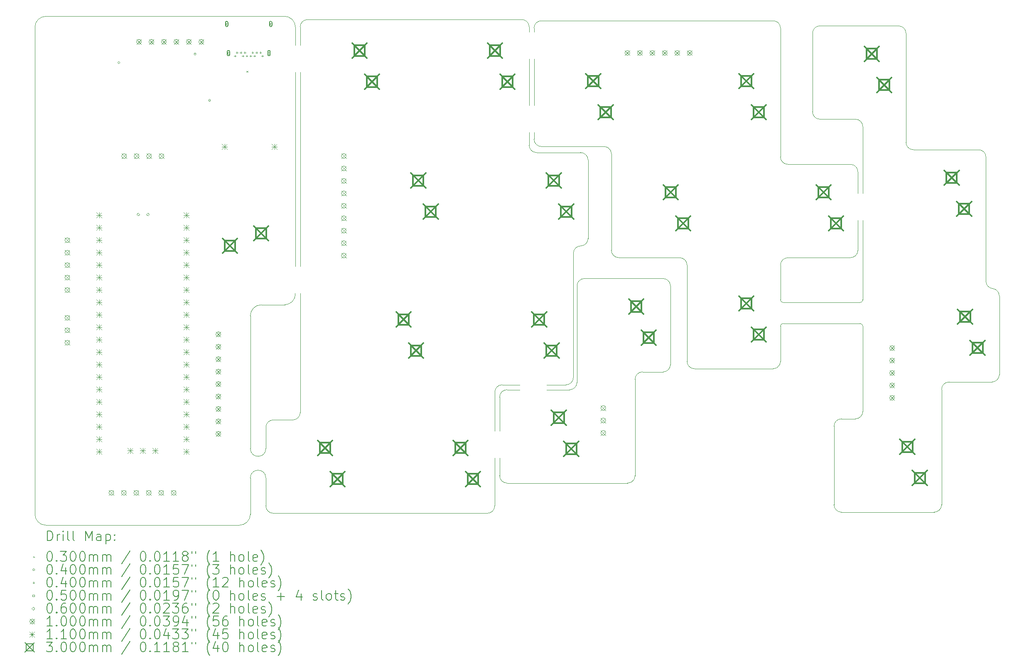
<source format=gbr>
%TF.GenerationSoftware,KiCad,Pcbnew,(6.0.7)*%
%TF.CreationDate,2023-01-06T20:11:24-06:00*%
%TF.ProjectId,OpenRectangle,4f70656e-5265-4637-9461-6e676c652e6b,rev?*%
%TF.SameCoordinates,Original*%
%TF.FileFunction,Drillmap*%
%TF.FilePolarity,Positive*%
%FSLAX45Y45*%
G04 Gerber Fmt 4.5, Leading zero omitted, Abs format (unit mm)*
G04 Created by KiCad (PCBNEW (6.0.7)) date 2023-01-06 20:11:24*
%MOMM*%
%LPD*%
G01*
G04 APERTURE LIST*
%ADD10C,0.100000*%
%ADD11C,0.200000*%
%ADD12C,0.030000*%
%ADD13C,0.040000*%
%ADD14C,0.050000*%
%ADD15C,0.060000*%
%ADD16C,0.110000*%
%ADD17C,0.300000*%
G04 APERTURE END LIST*
D10*
X30696301Y-8283000D02*
G75*
G03*
X30753311Y-8340009I57009J0D01*
G01*
X32316689Y-8339697D02*
X30753311Y-8340009D01*
X31500000Y-4597520D02*
X32225000Y-4597579D01*
X30696000Y-5368273D02*
X30696010Y-2737825D01*
X20206884Y-12489126D02*
G75*
G03*
X20357883Y-12640126I150996J-4D01*
G01*
X26622883Y-7183128D02*
G75*
G03*
X26475883Y-7334126I4057J-151002D01*
G01*
X25122687Y-10118997D02*
G75*
G03*
X24971687Y-10269991I3J-151003D01*
G01*
X25673227Y-5004000D02*
X25673000Y-4865000D01*
X35005000Y-9960579D02*
X34131000Y-9960579D01*
X31787000Y-12466579D02*
X31787000Y-10863579D01*
X25422883Y-2562126D02*
X21058883Y-2562126D01*
X20810648Y-2719620D02*
G75*
G03*
X20587991Y-2496682I-222678J260D01*
G01*
X26397462Y-10119012D02*
G75*
G03*
X26548462Y-9968009I-12J151012D01*
G01*
X34884001Y-5370579D02*
G75*
G03*
X34734000Y-5220579I-149991J9D01*
G01*
X26773883Y-5429126D02*
X26773883Y-7032126D01*
X25573000Y-4865000D02*
X25573000Y-5128000D01*
X24721883Y-12640126D02*
X20357883Y-12640126D01*
X27883714Y-9754925D02*
G75*
G03*
X27732714Y-9905929I-5J-150996D01*
G01*
X20756884Y-10735354D02*
G75*
G03*
X20907884Y-10584353I7J150994D01*
G01*
X25573884Y-2713126D02*
G75*
G03*
X25422883Y-2562126I-151004J-4D01*
G01*
X32122688Y-7423866D02*
G75*
G03*
X32273454Y-7274000I122J150646D01*
G01*
X32273000Y-6112000D02*
X32273454Y-5669819D01*
X26475883Y-8114126D02*
X26475883Y-9867126D01*
X26699460Y-7849510D02*
G75*
G03*
X26548460Y-8000508I-10J-150990D01*
G01*
X20587991Y-2496682D02*
X15724009Y-2496682D01*
X20907884Y-10584353D02*
X20909000Y-8153000D01*
X24971687Y-10269991D02*
X24973000Y-10958000D01*
X31787001Y-12466579D02*
G75*
G03*
X31938000Y-12617579I151009J9D01*
G01*
X27250000Y-7273273D02*
X27250093Y-5306012D01*
X34883999Y-7902579D02*
G75*
G03*
X35021000Y-8054579I150612J-1991D01*
G01*
X15500991Y-12660991D02*
X15501000Y-2719691D01*
X24872883Y-10169426D02*
X24873000Y-10958000D01*
X31500000Y-2691580D02*
G75*
G03*
X31349000Y-2842579I0J-151000D01*
G01*
X25122699Y-12023747D02*
X27579460Y-12023747D01*
X19668309Y-12883997D02*
G75*
G03*
X19891347Y-12660991I1J223037D01*
G01*
X35156000Y-8205579D02*
X35156000Y-9809579D01*
X27732687Y-11872962D02*
X27732714Y-9905929D01*
X27579460Y-12023747D02*
G75*
G03*
X27732687Y-11872962I2430J150777D01*
G01*
X20594000Y-8384991D02*
G75*
G03*
X20809000Y-8153000I-5890J221081D01*
G01*
X28453912Y-8000508D02*
G75*
G03*
X28302913Y-7849508I-151002J-2D01*
G01*
X32223016Y-10712806D02*
X31938000Y-10712579D01*
X24971703Y-11872747D02*
G75*
G03*
X25122699Y-12023747I150997J-3D01*
G01*
X26397462Y-10119009D02*
X25929000Y-10119009D01*
X30696302Y-8283000D02*
X30696461Y-7574850D01*
X35005000Y-9960580D02*
G75*
G03*
X35156000Y-9809579I0J151000D01*
G01*
X32374001Y-4746579D02*
G75*
G03*
X32225000Y-4597579I-150541J-1541D01*
G01*
X20114000Y-8385000D02*
X20594000Y-8385000D01*
X28302913Y-9754962D02*
X27883714Y-9754929D01*
X32122454Y-5518819D02*
X30846977Y-5518819D01*
X33253001Y-5069579D02*
G75*
G03*
X33404000Y-5220579I151009J9D01*
G01*
X28791000Y-9539273D02*
X28791083Y-7574990D01*
X30545454Y-9690274D02*
G75*
G03*
X30696454Y-9539273I6J150994D01*
G01*
X26622883Y-7183123D02*
G75*
G03*
X26773883Y-7032126I-3J151003D01*
G01*
X20909000Y-7603000D02*
X20909000Y-3638000D01*
X25122687Y-10118991D02*
X25379000Y-10118991D01*
X20358133Y-10735133D02*
G75*
G03*
X20207133Y-10886126I-3J-150997D01*
G01*
X33253000Y-2842579D02*
X33253000Y-5069579D01*
X26324805Y-10018394D02*
X25929000Y-10019000D01*
X25673000Y-2738000D02*
X25673000Y-2813000D01*
X31349000Y-2842579D02*
X31349000Y-4446520D01*
X15500990Y-12660991D02*
G75*
G03*
X15724000Y-12884000I223010J1D01*
G01*
X32374016Y-10561806D02*
X32373697Y-8822311D01*
X32316689Y-8765303D02*
X30753000Y-8764991D01*
X33980000Y-12466579D02*
X33980000Y-10111579D01*
X20907883Y-2713126D02*
X20909000Y-3088000D01*
X27099454Y-5154819D02*
X25824016Y-5154848D01*
X28453913Y-8000508D02*
X28453913Y-9603962D01*
X34884000Y-5370579D02*
X34884000Y-7902579D01*
X25673000Y-4315000D02*
X25673000Y-3363000D01*
X30696000Y-5368273D02*
G75*
G03*
X30846977Y-5518819I150490J-57D01*
G01*
X30696016Y-2737825D02*
G75*
G03*
X30545454Y-2586773I-150566J485D01*
G01*
X33829000Y-12617580D02*
G75*
G03*
X33980000Y-12466579I0J151000D01*
G01*
X25023000Y-10019004D02*
G75*
G03*
X24872883Y-10169426I310J-150426D01*
G01*
X28791007Y-9539273D02*
G75*
G03*
X28942000Y-9690273I150993J-7D01*
G01*
X33253001Y-2842579D02*
G75*
G03*
X33102000Y-2691579I-150991J9D01*
G01*
X25379000Y-10019000D02*
X25023000Y-10019000D01*
X20207133Y-10886126D02*
X20207686Y-11320173D01*
X28302913Y-9754964D02*
G75*
G03*
X28453913Y-9603962I-4J151004D01*
G01*
X28302913Y-7849508D02*
X26699460Y-7849508D01*
X32373697Y-8282689D02*
X32373000Y-6662000D01*
X27250100Y-5306012D02*
G75*
G03*
X27099454Y-5154819I-150660J532D01*
G01*
X24872883Y-12489126D02*
X24873000Y-11508000D01*
X27249998Y-7273273D02*
G75*
G03*
X27400974Y-7423822I150602J53D01*
G01*
X25823894Y-2586760D02*
G75*
G03*
X25673000Y-2738000I326J-151220D01*
G01*
X32373697Y-8822311D02*
G75*
G03*
X32316689Y-8765303I-57008J1D01*
G01*
X21058883Y-2562133D02*
G75*
G03*
X20907883Y-2713126I-3J-150997D01*
G01*
X25673232Y-5004000D02*
G75*
G03*
X25824016Y-5154848I150508J-340D01*
G01*
X20206883Y-12489126D02*
X20206883Y-11919000D01*
X19891318Y-8610000D02*
X19892033Y-11320173D01*
X32273454Y-7274000D02*
X32273000Y-6662000D01*
X15724000Y-12884000D02*
X19668309Y-12884000D01*
X24971699Y-11872747D02*
X24973000Y-11508000D01*
X28640454Y-7423819D02*
X27400974Y-7423822D01*
X35155999Y-8205579D02*
G75*
G03*
X35021000Y-8054579I-151939J9D01*
G01*
X20206883Y-11919000D02*
G75*
G03*
X19891347Y-11919000I-157768J0D01*
G01*
X19892033Y-11320173D02*
G75*
G03*
X20207686Y-11320173I157827J0D01*
G01*
X19891347Y-11919000D02*
X19891347Y-12660991D01*
X20358133Y-10735126D02*
X20756884Y-10735353D01*
X33829000Y-12617579D02*
X31938000Y-12617579D01*
X32374000Y-4746579D02*
X32373000Y-6112000D01*
X25724883Y-5278126D02*
X26622883Y-5278126D01*
X26548460Y-8000508D02*
X26548462Y-9968009D01*
X25573000Y-3363000D02*
X25573000Y-4315000D01*
X30848000Y-7423819D02*
X32122688Y-7423858D01*
X33404000Y-5220579D02*
X34734000Y-5220579D01*
X31349000Y-4446520D02*
G75*
G03*
X31500000Y-4597520I151000J0D01*
G01*
X15724009Y-2496680D02*
G75*
G03*
X15501000Y-2719691I1J-223010D01*
G01*
X30696454Y-9539273D02*
X30696454Y-8822000D01*
X25573004Y-5128000D02*
G75*
G03*
X25724883Y-5278126I151876J1760D01*
G01*
X30545454Y-2586773D02*
X25823894Y-2586765D01*
X32316689Y-8339697D02*
G75*
G03*
X32373697Y-8282689I1J57008D01*
G01*
X33102000Y-2691579D02*
X31500000Y-2691579D01*
X28791090Y-7574990D02*
G75*
G03*
X28640454Y-7423819I-150660J510D01*
G01*
X20810646Y-2719620D02*
X20809000Y-3088000D01*
X20809000Y-3638000D02*
X20809000Y-7603000D01*
X32273461Y-5669819D02*
G75*
G03*
X32122454Y-5518819I-151001J-1D01*
G01*
X20114000Y-8384996D02*
G75*
G03*
X19891318Y-8610000I0J-222694D01*
G01*
X30848000Y-7423820D02*
G75*
G03*
X30696461Y-7574850I30J-151570D01*
G01*
X31938000Y-10712580D02*
G75*
G03*
X31787000Y-10863579I0J-151000D01*
G01*
X24721883Y-12640133D02*
G75*
G03*
X24872883Y-12489126I-3J151003D01*
G01*
X30545454Y-9690273D02*
X28942000Y-9690273D01*
X34131000Y-9960580D02*
G75*
G03*
X33980000Y-10111579I0J-151000D01*
G01*
X32223016Y-10712807D02*
G75*
G03*
X32374016Y-10561806I4J150997D01*
G01*
X26324805Y-10018393D02*
G75*
G03*
X26475883Y-9867126I-185J151263D01*
G01*
X26475883Y-8114126D02*
X26475883Y-7334126D01*
X30753000Y-8764992D02*
G75*
G03*
X30696454Y-8822000I0J-56548D01*
G01*
X26773884Y-5429126D02*
G75*
G03*
X26622883Y-5278126I-151004J-4D01*
G01*
X25573883Y-2713126D02*
X25573000Y-2813000D01*
D11*
D12*
X19810400Y-3609000D02*
X19840400Y-3639000D01*
X19840400Y-3609000D02*
X19810400Y-3639000D01*
D13*
X17232000Y-3442000D02*
G75*
G03*
X17232000Y-3442000I-20000J0D01*
G01*
X18784000Y-3266000D02*
G75*
G03*
X18784000Y-3266000I-20000J0D01*
G01*
X19080000Y-4211000D02*
G75*
G03*
X19080000Y-4211000I-20000J0D01*
G01*
X19577850Y-3287875D02*
X19577850Y-3327875D01*
X19557850Y-3307875D02*
X19597850Y-3307875D01*
X19617850Y-3217875D02*
X19617850Y-3257875D01*
X19597850Y-3237875D02*
X19637850Y-3237875D01*
X19697850Y-3217875D02*
X19697850Y-3257875D01*
X19677850Y-3237875D02*
X19717850Y-3237875D01*
X19737850Y-3287875D02*
X19737850Y-3327875D01*
X19717850Y-3307875D02*
X19757850Y-3307875D01*
X19777850Y-3217875D02*
X19777850Y-3257875D01*
X19757850Y-3237875D02*
X19797850Y-3237875D01*
X19817850Y-3287875D02*
X19817850Y-3327875D01*
X19797850Y-3307875D02*
X19837850Y-3307875D01*
X19897850Y-3287875D02*
X19897850Y-3327875D01*
X19877850Y-3307875D02*
X19917850Y-3307875D01*
X19937850Y-3217875D02*
X19937850Y-3257875D01*
X19917850Y-3237875D02*
X19957850Y-3237875D01*
X19977850Y-3287875D02*
X19977850Y-3327875D01*
X19957850Y-3307875D02*
X19997850Y-3307875D01*
X20017850Y-3217875D02*
X20017850Y-3257875D01*
X19997850Y-3237875D02*
X20037850Y-3237875D01*
X20097850Y-3217875D02*
X20097850Y-3257875D01*
X20077850Y-3237875D02*
X20117850Y-3237875D01*
X20137850Y-3287875D02*
X20137850Y-3327875D01*
X20117850Y-3307875D02*
X20157850Y-3307875D01*
D14*
X19426528Y-2670553D02*
X19426528Y-2635197D01*
X19391172Y-2635197D01*
X19391172Y-2670553D01*
X19426528Y-2670553D01*
D11*
X19433850Y-2682875D02*
X19433850Y-2622875D01*
X19383850Y-2682875D02*
X19383850Y-2622875D01*
X19433850Y-2622875D02*
G75*
G03*
X19383850Y-2622875I-25000J0D01*
G01*
X19383850Y-2682875D02*
G75*
G03*
X19433850Y-2682875I25000J0D01*
G01*
D14*
X19462528Y-3265553D02*
X19462528Y-3230197D01*
X19427172Y-3230197D01*
X19427172Y-3265553D01*
X19462528Y-3265553D01*
D11*
X19469850Y-3277875D02*
X19469850Y-3217875D01*
X19419850Y-3277875D02*
X19419850Y-3217875D01*
X19469850Y-3217875D02*
G75*
G03*
X19419850Y-3217875I-25000J0D01*
G01*
X19419850Y-3277875D02*
G75*
G03*
X19469850Y-3277875I25000J0D01*
G01*
D14*
X20288528Y-3265553D02*
X20288528Y-3230197D01*
X20253172Y-3230197D01*
X20253172Y-3265553D01*
X20288528Y-3265553D01*
D11*
X20295850Y-3277875D02*
X20295850Y-3217875D01*
X20245850Y-3277875D02*
X20245850Y-3217875D01*
X20295850Y-3217875D02*
G75*
G03*
X20245850Y-3217875I-25000J0D01*
G01*
X20245850Y-3277875D02*
G75*
G03*
X20295850Y-3277875I25000J0D01*
G01*
D14*
X20324528Y-2670553D02*
X20324528Y-2635197D01*
X20289172Y-2635197D01*
X20289172Y-2670553D01*
X20324528Y-2670553D01*
D11*
X20331850Y-2682875D02*
X20331850Y-2622875D01*
X20281850Y-2682875D02*
X20281850Y-2622875D01*
X20331850Y-2622875D02*
G75*
G03*
X20281850Y-2622875I-25000J0D01*
G01*
X20281850Y-2682875D02*
G75*
G03*
X20331850Y-2682875I25000J0D01*
G01*
D15*
X17600625Y-6569375D02*
X17630625Y-6539375D01*
X17600625Y-6509375D01*
X17570625Y-6539375D01*
X17600625Y-6569375D01*
X17800625Y-6569375D02*
X17830625Y-6539375D01*
X17800625Y-6509375D01*
X17770625Y-6539375D01*
X17800625Y-6569375D01*
D10*
X16111000Y-7017000D02*
X16211000Y-7117000D01*
X16211000Y-7017000D02*
X16111000Y-7117000D01*
X16211000Y-7067000D02*
G75*
G03*
X16211000Y-7067000I-50000J0D01*
G01*
X16111000Y-7271000D02*
X16211000Y-7371000D01*
X16211000Y-7271000D02*
X16111000Y-7371000D01*
X16211000Y-7321000D02*
G75*
G03*
X16211000Y-7321000I-50000J0D01*
G01*
X16111000Y-7525000D02*
X16211000Y-7625000D01*
X16211000Y-7525000D02*
X16111000Y-7625000D01*
X16211000Y-7575000D02*
G75*
G03*
X16211000Y-7575000I-50000J0D01*
G01*
X16111000Y-7779000D02*
X16211000Y-7879000D01*
X16211000Y-7779000D02*
X16111000Y-7879000D01*
X16211000Y-7829000D02*
G75*
G03*
X16211000Y-7829000I-50000J0D01*
G01*
X16111000Y-8033000D02*
X16211000Y-8133000D01*
X16211000Y-8033000D02*
X16111000Y-8133000D01*
X16211000Y-8083000D02*
G75*
G03*
X16211000Y-8083000I-50000J0D01*
G01*
X16111000Y-8600000D02*
X16211000Y-8700000D01*
X16211000Y-8600000D02*
X16111000Y-8700000D01*
X16211000Y-8650000D02*
G75*
G03*
X16211000Y-8650000I-50000J0D01*
G01*
X16111000Y-8854000D02*
X16211000Y-8954000D01*
X16211000Y-8854000D02*
X16111000Y-8954000D01*
X16211000Y-8904000D02*
G75*
G03*
X16211000Y-8904000I-50000J0D01*
G01*
X16111000Y-9108000D02*
X16211000Y-9208000D01*
X16211000Y-9108000D02*
X16111000Y-9208000D01*
X16211000Y-9158000D02*
G75*
G03*
X16211000Y-9158000I-50000J0D01*
G01*
X17010000Y-12173000D02*
X17110000Y-12273000D01*
X17110000Y-12173000D02*
X17010000Y-12273000D01*
X17110000Y-12223000D02*
G75*
G03*
X17110000Y-12223000I-50000J0D01*
G01*
X17264000Y-12173000D02*
X17364000Y-12273000D01*
X17364000Y-12173000D02*
X17264000Y-12273000D01*
X17364000Y-12223000D02*
G75*
G03*
X17364000Y-12223000I-50000J0D01*
G01*
X17268625Y-5301000D02*
X17368625Y-5401000D01*
X17368625Y-5301000D02*
X17268625Y-5401000D01*
X17368625Y-5351000D02*
G75*
G03*
X17368625Y-5351000I-50000J0D01*
G01*
X17518000Y-12173000D02*
X17618000Y-12273000D01*
X17618000Y-12173000D02*
X17518000Y-12273000D01*
X17618000Y-12223000D02*
G75*
G03*
X17618000Y-12223000I-50000J0D01*
G01*
X17522625Y-5301000D02*
X17622625Y-5401000D01*
X17622625Y-5301000D02*
X17522625Y-5401000D01*
X17622625Y-5351000D02*
G75*
G03*
X17622625Y-5351000I-50000J0D01*
G01*
X17571250Y-2966250D02*
X17671250Y-3066250D01*
X17671250Y-2966250D02*
X17571250Y-3066250D01*
X17671250Y-3016250D02*
G75*
G03*
X17671250Y-3016250I-50000J0D01*
G01*
X17772000Y-12173000D02*
X17872000Y-12273000D01*
X17872000Y-12173000D02*
X17772000Y-12273000D01*
X17872000Y-12223000D02*
G75*
G03*
X17872000Y-12223000I-50000J0D01*
G01*
X17776625Y-5301000D02*
X17876625Y-5401000D01*
X17876625Y-5301000D02*
X17776625Y-5401000D01*
X17876625Y-5351000D02*
G75*
G03*
X17876625Y-5351000I-50000J0D01*
G01*
X17825250Y-2966250D02*
X17925250Y-3066250D01*
X17925250Y-2966250D02*
X17825250Y-3066250D01*
X17925250Y-3016250D02*
G75*
G03*
X17925250Y-3016250I-50000J0D01*
G01*
X18026000Y-12173000D02*
X18126000Y-12273000D01*
X18126000Y-12173000D02*
X18026000Y-12273000D01*
X18126000Y-12223000D02*
G75*
G03*
X18126000Y-12223000I-50000J0D01*
G01*
X18030625Y-5301000D02*
X18130625Y-5401000D01*
X18130625Y-5301000D02*
X18030625Y-5401000D01*
X18130625Y-5351000D02*
G75*
G03*
X18130625Y-5351000I-50000J0D01*
G01*
X18079250Y-2966250D02*
X18179250Y-3066250D01*
X18179250Y-2966250D02*
X18079250Y-3066250D01*
X18179250Y-3016250D02*
G75*
G03*
X18179250Y-3016250I-50000J0D01*
G01*
X18280000Y-12173000D02*
X18380000Y-12273000D01*
X18380000Y-12173000D02*
X18280000Y-12273000D01*
X18380000Y-12223000D02*
G75*
G03*
X18380000Y-12223000I-50000J0D01*
G01*
X18333250Y-2966250D02*
X18433250Y-3066250D01*
X18433250Y-2966250D02*
X18333250Y-3066250D01*
X18433250Y-3016250D02*
G75*
G03*
X18433250Y-3016250I-50000J0D01*
G01*
X18587250Y-2966250D02*
X18687250Y-3066250D01*
X18687250Y-2966250D02*
X18587250Y-3066250D01*
X18687250Y-3016250D02*
G75*
G03*
X18687250Y-3016250I-50000J0D01*
G01*
X18841250Y-2966250D02*
X18941250Y-3066250D01*
X18941250Y-2966250D02*
X18841250Y-3066250D01*
X18941250Y-3016250D02*
G75*
G03*
X18941250Y-3016250I-50000J0D01*
G01*
X19189000Y-8937000D02*
X19289000Y-9037000D01*
X19289000Y-8937000D02*
X19189000Y-9037000D01*
X19289000Y-8987000D02*
G75*
G03*
X19289000Y-8987000I-50000J0D01*
G01*
X19189000Y-9191000D02*
X19289000Y-9291000D01*
X19289000Y-9191000D02*
X19189000Y-9291000D01*
X19289000Y-9241000D02*
G75*
G03*
X19289000Y-9241000I-50000J0D01*
G01*
X19189000Y-9445000D02*
X19289000Y-9545000D01*
X19289000Y-9445000D02*
X19189000Y-9545000D01*
X19289000Y-9495000D02*
G75*
G03*
X19289000Y-9495000I-50000J0D01*
G01*
X19189000Y-9699000D02*
X19289000Y-9799000D01*
X19289000Y-9699000D02*
X19189000Y-9799000D01*
X19289000Y-9749000D02*
G75*
G03*
X19289000Y-9749000I-50000J0D01*
G01*
X19189000Y-9953000D02*
X19289000Y-10053000D01*
X19289000Y-9953000D02*
X19189000Y-10053000D01*
X19289000Y-10003000D02*
G75*
G03*
X19289000Y-10003000I-50000J0D01*
G01*
X19189000Y-10207000D02*
X19289000Y-10307000D01*
X19289000Y-10207000D02*
X19189000Y-10307000D01*
X19289000Y-10257000D02*
G75*
G03*
X19289000Y-10257000I-50000J0D01*
G01*
X19189000Y-10461000D02*
X19289000Y-10561000D01*
X19289000Y-10461000D02*
X19189000Y-10561000D01*
X19289000Y-10511000D02*
G75*
G03*
X19289000Y-10511000I-50000J0D01*
G01*
X19189000Y-10715000D02*
X19289000Y-10815000D01*
X19289000Y-10715000D02*
X19189000Y-10815000D01*
X19289000Y-10765000D02*
G75*
G03*
X19289000Y-10765000I-50000J0D01*
G01*
X19189000Y-10969000D02*
X19289000Y-11069000D01*
X19289000Y-10969000D02*
X19189000Y-11069000D01*
X19289000Y-11019000D02*
G75*
G03*
X19289000Y-11019000I-50000J0D01*
G01*
X21746883Y-5298126D02*
X21846883Y-5398126D01*
X21846883Y-5298126D02*
X21746883Y-5398126D01*
X21846883Y-5348126D02*
G75*
G03*
X21846883Y-5348126I-50000J0D01*
G01*
X21746883Y-5552126D02*
X21846883Y-5652126D01*
X21846883Y-5552126D02*
X21746883Y-5652126D01*
X21846883Y-5602126D02*
G75*
G03*
X21846883Y-5602126I-50000J0D01*
G01*
X21746883Y-5806126D02*
X21846883Y-5906126D01*
X21846883Y-5806126D02*
X21746883Y-5906126D01*
X21846883Y-5856126D02*
G75*
G03*
X21846883Y-5856126I-50000J0D01*
G01*
X21746883Y-6060126D02*
X21846883Y-6160126D01*
X21846883Y-6060126D02*
X21746883Y-6160126D01*
X21846883Y-6110126D02*
G75*
G03*
X21846883Y-6110126I-50000J0D01*
G01*
X21746883Y-6314126D02*
X21846883Y-6414126D01*
X21846883Y-6314126D02*
X21746883Y-6414126D01*
X21846883Y-6364126D02*
G75*
G03*
X21846883Y-6364126I-50000J0D01*
G01*
X21746883Y-6568126D02*
X21846883Y-6668126D01*
X21846883Y-6568126D02*
X21746883Y-6668126D01*
X21846883Y-6618126D02*
G75*
G03*
X21846883Y-6618126I-50000J0D01*
G01*
X21746883Y-6822126D02*
X21846883Y-6922126D01*
X21846883Y-6822126D02*
X21746883Y-6922126D01*
X21846883Y-6872126D02*
G75*
G03*
X21846883Y-6872126I-50000J0D01*
G01*
X21746883Y-7076126D02*
X21846883Y-7176126D01*
X21846883Y-7076126D02*
X21746883Y-7176126D01*
X21846883Y-7126126D02*
G75*
G03*
X21846883Y-7126126I-50000J0D01*
G01*
X21746883Y-7330126D02*
X21846883Y-7430126D01*
X21846883Y-7330126D02*
X21746883Y-7430126D01*
X21846883Y-7380126D02*
G75*
G03*
X21846883Y-7380126I-50000J0D01*
G01*
X27034687Y-10442235D02*
X27134687Y-10542235D01*
X27134687Y-10442235D02*
X27034687Y-10542235D01*
X27134687Y-10492235D02*
G75*
G03*
X27134687Y-10492235I-50000J0D01*
G01*
X27034687Y-10696235D02*
X27134687Y-10796235D01*
X27134687Y-10696235D02*
X27034687Y-10796235D01*
X27134687Y-10746235D02*
G75*
G03*
X27134687Y-10746235I-50000J0D01*
G01*
X27034687Y-10950235D02*
X27134687Y-11050235D01*
X27134687Y-10950235D02*
X27034687Y-11050235D01*
X27134687Y-11000235D02*
G75*
G03*
X27134687Y-11000235I-50000J0D01*
G01*
X27526727Y-3194546D02*
X27626727Y-3294546D01*
X27626727Y-3194546D02*
X27526727Y-3294546D01*
X27626727Y-3244546D02*
G75*
G03*
X27626727Y-3244546I-50000J0D01*
G01*
X27780727Y-3194546D02*
X27880727Y-3294546D01*
X27880727Y-3194546D02*
X27780727Y-3294546D01*
X27880727Y-3244546D02*
G75*
G03*
X27880727Y-3244546I-50000J0D01*
G01*
X28034727Y-3194546D02*
X28134727Y-3294546D01*
X28134727Y-3194546D02*
X28034727Y-3294546D01*
X28134727Y-3244546D02*
G75*
G03*
X28134727Y-3244546I-50000J0D01*
G01*
X28288727Y-3194546D02*
X28388727Y-3294546D01*
X28388727Y-3194546D02*
X28288727Y-3294546D01*
X28388727Y-3244546D02*
G75*
G03*
X28388727Y-3244546I-50000J0D01*
G01*
X28542727Y-3194546D02*
X28642727Y-3294546D01*
X28642727Y-3194546D02*
X28542727Y-3294546D01*
X28642727Y-3244546D02*
G75*
G03*
X28642727Y-3244546I-50000J0D01*
G01*
X28796727Y-3194546D02*
X28896727Y-3294546D01*
X28896727Y-3194546D02*
X28796727Y-3294546D01*
X28896727Y-3244546D02*
G75*
G03*
X28896727Y-3244546I-50000J0D01*
G01*
X32921000Y-9218579D02*
X33021000Y-9318579D01*
X33021000Y-9218579D02*
X32921000Y-9318579D01*
X33021000Y-9268579D02*
G75*
G03*
X33021000Y-9268579I-50000J0D01*
G01*
X32921000Y-9472579D02*
X33021000Y-9572579D01*
X33021000Y-9472579D02*
X32921000Y-9572579D01*
X33021000Y-9522579D02*
G75*
G03*
X33021000Y-9522579I-50000J0D01*
G01*
X32921000Y-9726579D02*
X33021000Y-9826579D01*
X33021000Y-9726579D02*
X32921000Y-9826579D01*
X33021000Y-9776579D02*
G75*
G03*
X33021000Y-9776579I-50000J0D01*
G01*
X32921000Y-9980579D02*
X33021000Y-10080579D01*
X33021000Y-9980579D02*
X32921000Y-10080579D01*
X33021000Y-10030579D02*
G75*
G03*
X33021000Y-10030579I-50000J0D01*
G01*
X32921000Y-10234579D02*
X33021000Y-10334579D01*
X33021000Y-10234579D02*
X32921000Y-10334579D01*
X33021000Y-10284579D02*
G75*
G03*
X33021000Y-10284579I-50000J0D01*
G01*
D16*
X16756625Y-6501375D02*
X16866625Y-6611375D01*
X16866625Y-6501375D02*
X16756625Y-6611375D01*
X16811625Y-6501375D02*
X16811625Y-6611375D01*
X16756625Y-6556375D02*
X16866625Y-6556375D01*
X16756625Y-6755375D02*
X16866625Y-6865375D01*
X16866625Y-6755375D02*
X16756625Y-6865375D01*
X16811625Y-6755375D02*
X16811625Y-6865375D01*
X16756625Y-6810375D02*
X16866625Y-6810375D01*
X16756625Y-7009375D02*
X16866625Y-7119375D01*
X16866625Y-7009375D02*
X16756625Y-7119375D01*
X16811625Y-7009375D02*
X16811625Y-7119375D01*
X16756625Y-7064375D02*
X16866625Y-7064375D01*
X16756625Y-7263375D02*
X16866625Y-7373375D01*
X16866625Y-7263375D02*
X16756625Y-7373375D01*
X16811625Y-7263375D02*
X16811625Y-7373375D01*
X16756625Y-7318375D02*
X16866625Y-7318375D01*
X16756625Y-7517375D02*
X16866625Y-7627375D01*
X16866625Y-7517375D02*
X16756625Y-7627375D01*
X16811625Y-7517375D02*
X16811625Y-7627375D01*
X16756625Y-7572375D02*
X16866625Y-7572375D01*
X16756625Y-7771375D02*
X16866625Y-7881375D01*
X16866625Y-7771375D02*
X16756625Y-7881375D01*
X16811625Y-7771375D02*
X16811625Y-7881375D01*
X16756625Y-7826375D02*
X16866625Y-7826375D01*
X16756625Y-8025375D02*
X16866625Y-8135375D01*
X16866625Y-8025375D02*
X16756625Y-8135375D01*
X16811625Y-8025375D02*
X16811625Y-8135375D01*
X16756625Y-8080375D02*
X16866625Y-8080375D01*
X16756625Y-8279375D02*
X16866625Y-8389375D01*
X16866625Y-8279375D02*
X16756625Y-8389375D01*
X16811625Y-8279375D02*
X16811625Y-8389375D01*
X16756625Y-8334375D02*
X16866625Y-8334375D01*
X16756625Y-8533375D02*
X16866625Y-8643375D01*
X16866625Y-8533375D02*
X16756625Y-8643375D01*
X16811625Y-8533375D02*
X16811625Y-8643375D01*
X16756625Y-8588375D02*
X16866625Y-8588375D01*
X16756625Y-8787375D02*
X16866625Y-8897375D01*
X16866625Y-8787375D02*
X16756625Y-8897375D01*
X16811625Y-8787375D02*
X16811625Y-8897375D01*
X16756625Y-8842375D02*
X16866625Y-8842375D01*
X16756625Y-9041375D02*
X16866625Y-9151375D01*
X16866625Y-9041375D02*
X16756625Y-9151375D01*
X16811625Y-9041375D02*
X16811625Y-9151375D01*
X16756625Y-9096375D02*
X16866625Y-9096375D01*
X16756625Y-9295375D02*
X16866625Y-9405375D01*
X16866625Y-9295375D02*
X16756625Y-9405375D01*
X16811625Y-9295375D02*
X16811625Y-9405375D01*
X16756625Y-9350375D02*
X16866625Y-9350375D01*
X16756625Y-9549375D02*
X16866625Y-9659375D01*
X16866625Y-9549375D02*
X16756625Y-9659375D01*
X16811625Y-9549375D02*
X16811625Y-9659375D01*
X16756625Y-9604375D02*
X16866625Y-9604375D01*
X16756625Y-9803375D02*
X16866625Y-9913375D01*
X16866625Y-9803375D02*
X16756625Y-9913375D01*
X16811625Y-9803375D02*
X16811625Y-9913375D01*
X16756625Y-9858375D02*
X16866625Y-9858375D01*
X16756625Y-10057375D02*
X16866625Y-10167375D01*
X16866625Y-10057375D02*
X16756625Y-10167375D01*
X16811625Y-10057375D02*
X16811625Y-10167375D01*
X16756625Y-10112375D02*
X16866625Y-10112375D01*
X16756625Y-10311375D02*
X16866625Y-10421375D01*
X16866625Y-10311375D02*
X16756625Y-10421375D01*
X16811625Y-10311375D02*
X16811625Y-10421375D01*
X16756625Y-10366375D02*
X16866625Y-10366375D01*
X16756625Y-10565375D02*
X16866625Y-10675375D01*
X16866625Y-10565375D02*
X16756625Y-10675375D01*
X16811625Y-10565375D02*
X16811625Y-10675375D01*
X16756625Y-10620375D02*
X16866625Y-10620375D01*
X16756625Y-10819375D02*
X16866625Y-10929375D01*
X16866625Y-10819375D02*
X16756625Y-10929375D01*
X16811625Y-10819375D02*
X16811625Y-10929375D01*
X16756625Y-10874375D02*
X16866625Y-10874375D01*
X16756625Y-11073375D02*
X16866625Y-11183375D01*
X16866625Y-11073375D02*
X16756625Y-11183375D01*
X16811625Y-11073375D02*
X16811625Y-11183375D01*
X16756625Y-11128375D02*
X16866625Y-11128375D01*
X16756625Y-11327375D02*
X16866625Y-11437375D01*
X16866625Y-11327375D02*
X16756625Y-11437375D01*
X16811625Y-11327375D02*
X16811625Y-11437375D01*
X16756625Y-11382375D02*
X16866625Y-11382375D01*
X17391625Y-11304375D02*
X17501625Y-11414375D01*
X17501625Y-11304375D02*
X17391625Y-11414375D01*
X17446625Y-11304375D02*
X17446625Y-11414375D01*
X17391625Y-11359375D02*
X17501625Y-11359375D01*
X17645625Y-11304375D02*
X17755625Y-11414375D01*
X17755625Y-11304375D02*
X17645625Y-11414375D01*
X17700625Y-11304375D02*
X17700625Y-11414375D01*
X17645625Y-11359375D02*
X17755625Y-11359375D01*
X17899625Y-11304375D02*
X18009625Y-11414375D01*
X18009625Y-11304375D02*
X17899625Y-11414375D01*
X17954625Y-11304375D02*
X17954625Y-11414375D01*
X17899625Y-11359375D02*
X18009625Y-11359375D01*
X18534625Y-6501375D02*
X18644625Y-6611375D01*
X18644625Y-6501375D02*
X18534625Y-6611375D01*
X18589625Y-6501375D02*
X18589625Y-6611375D01*
X18534625Y-6556375D02*
X18644625Y-6556375D01*
X18534625Y-6755375D02*
X18644625Y-6865375D01*
X18644625Y-6755375D02*
X18534625Y-6865375D01*
X18589625Y-6755375D02*
X18589625Y-6865375D01*
X18534625Y-6810375D02*
X18644625Y-6810375D01*
X18534625Y-7009375D02*
X18644625Y-7119375D01*
X18644625Y-7009375D02*
X18534625Y-7119375D01*
X18589625Y-7009375D02*
X18589625Y-7119375D01*
X18534625Y-7064375D02*
X18644625Y-7064375D01*
X18534625Y-7263375D02*
X18644625Y-7373375D01*
X18644625Y-7263375D02*
X18534625Y-7373375D01*
X18589625Y-7263375D02*
X18589625Y-7373375D01*
X18534625Y-7318375D02*
X18644625Y-7318375D01*
X18534625Y-7517375D02*
X18644625Y-7627375D01*
X18644625Y-7517375D02*
X18534625Y-7627375D01*
X18589625Y-7517375D02*
X18589625Y-7627375D01*
X18534625Y-7572375D02*
X18644625Y-7572375D01*
X18534625Y-7771375D02*
X18644625Y-7881375D01*
X18644625Y-7771375D02*
X18534625Y-7881375D01*
X18589625Y-7771375D02*
X18589625Y-7881375D01*
X18534625Y-7826375D02*
X18644625Y-7826375D01*
X18534625Y-8025375D02*
X18644625Y-8135375D01*
X18644625Y-8025375D02*
X18534625Y-8135375D01*
X18589625Y-8025375D02*
X18589625Y-8135375D01*
X18534625Y-8080375D02*
X18644625Y-8080375D01*
X18534625Y-8279375D02*
X18644625Y-8389375D01*
X18644625Y-8279375D02*
X18534625Y-8389375D01*
X18589625Y-8279375D02*
X18589625Y-8389375D01*
X18534625Y-8334375D02*
X18644625Y-8334375D01*
X18534625Y-8533375D02*
X18644625Y-8643375D01*
X18644625Y-8533375D02*
X18534625Y-8643375D01*
X18589625Y-8533375D02*
X18589625Y-8643375D01*
X18534625Y-8588375D02*
X18644625Y-8588375D01*
X18534625Y-8787375D02*
X18644625Y-8897375D01*
X18644625Y-8787375D02*
X18534625Y-8897375D01*
X18589625Y-8787375D02*
X18589625Y-8897375D01*
X18534625Y-8842375D02*
X18644625Y-8842375D01*
X18534625Y-9041375D02*
X18644625Y-9151375D01*
X18644625Y-9041375D02*
X18534625Y-9151375D01*
X18589625Y-9041375D02*
X18589625Y-9151375D01*
X18534625Y-9096375D02*
X18644625Y-9096375D01*
X18534625Y-9295375D02*
X18644625Y-9405375D01*
X18644625Y-9295375D02*
X18534625Y-9405375D01*
X18589625Y-9295375D02*
X18589625Y-9405375D01*
X18534625Y-9350375D02*
X18644625Y-9350375D01*
X18534625Y-9549375D02*
X18644625Y-9659375D01*
X18644625Y-9549375D02*
X18534625Y-9659375D01*
X18589625Y-9549375D02*
X18589625Y-9659375D01*
X18534625Y-9604375D02*
X18644625Y-9604375D01*
X18534625Y-9803375D02*
X18644625Y-9913375D01*
X18644625Y-9803375D02*
X18534625Y-9913375D01*
X18589625Y-9803375D02*
X18589625Y-9913375D01*
X18534625Y-9858375D02*
X18644625Y-9858375D01*
X18534625Y-10057375D02*
X18644625Y-10167375D01*
X18644625Y-10057375D02*
X18534625Y-10167375D01*
X18589625Y-10057375D02*
X18589625Y-10167375D01*
X18534625Y-10112375D02*
X18644625Y-10112375D01*
X18534625Y-10311375D02*
X18644625Y-10421375D01*
X18644625Y-10311375D02*
X18534625Y-10421375D01*
X18589625Y-10311375D02*
X18589625Y-10421375D01*
X18534625Y-10366375D02*
X18644625Y-10366375D01*
X18534625Y-10565375D02*
X18644625Y-10675375D01*
X18644625Y-10565375D02*
X18534625Y-10675375D01*
X18589625Y-10565375D02*
X18589625Y-10675375D01*
X18534625Y-10620375D02*
X18644625Y-10620375D01*
X18534625Y-10819375D02*
X18644625Y-10929375D01*
X18644625Y-10819375D02*
X18534625Y-10929375D01*
X18589625Y-10819375D02*
X18589625Y-10929375D01*
X18534625Y-10874375D02*
X18644625Y-10874375D01*
X18534625Y-11073375D02*
X18644625Y-11183375D01*
X18644625Y-11073375D02*
X18534625Y-11183375D01*
X18589625Y-11073375D02*
X18589625Y-11183375D01*
X18534625Y-11128375D02*
X18644625Y-11128375D01*
X18534625Y-11327375D02*
X18644625Y-11437375D01*
X18644625Y-11327375D02*
X18534625Y-11437375D01*
X18589625Y-11327375D02*
X18589625Y-11437375D01*
X18534625Y-11382375D02*
X18644625Y-11382375D01*
X19312500Y-5104375D02*
X19422500Y-5214375D01*
X19422500Y-5104375D02*
X19312500Y-5214375D01*
X19367500Y-5104375D02*
X19367500Y-5214375D01*
X19312500Y-5159375D02*
X19422500Y-5159375D01*
X20328500Y-5104375D02*
X20438500Y-5214375D01*
X20438500Y-5104375D02*
X20328500Y-5214375D01*
X20383500Y-5104375D02*
X20383500Y-5214375D01*
X20328500Y-5159375D02*
X20438500Y-5159375D01*
D17*
X19326850Y-7028687D02*
X19626850Y-7328687D01*
X19626850Y-7028687D02*
X19326850Y-7328687D01*
X19582917Y-7284754D02*
X19582917Y-7072620D01*
X19370783Y-7072620D01*
X19370783Y-7284754D01*
X19582917Y-7284754D01*
X19961850Y-6774687D02*
X20261850Y-7074687D01*
X20261850Y-6774687D02*
X19961850Y-7074687D01*
X20217917Y-7030754D02*
X20217917Y-6818620D01*
X20005783Y-6818620D01*
X20005783Y-7030754D01*
X20217917Y-7030754D01*
X21262997Y-11156776D02*
X21562997Y-11456776D01*
X21562997Y-11156776D02*
X21262997Y-11456776D01*
X21519064Y-11412843D02*
X21519064Y-11200709D01*
X21306930Y-11200709D01*
X21306930Y-11412843D01*
X21519064Y-11412843D01*
X21516997Y-11791776D02*
X21816997Y-12091776D01*
X21816997Y-11791776D02*
X21516997Y-12091776D01*
X21773064Y-12047843D02*
X21773064Y-11835709D01*
X21560930Y-11835709D01*
X21560930Y-12047843D01*
X21773064Y-12047843D01*
X21964597Y-3047176D02*
X22264597Y-3347176D01*
X22264597Y-3047176D02*
X21964597Y-3347176D01*
X22220664Y-3303243D02*
X22220664Y-3091109D01*
X22008530Y-3091109D01*
X22008530Y-3303243D01*
X22220664Y-3303243D01*
X22218597Y-3682176D02*
X22518597Y-3982176D01*
X22518597Y-3682176D02*
X22218597Y-3982176D01*
X22474664Y-3938243D02*
X22474664Y-3726109D01*
X22262530Y-3726109D01*
X22262530Y-3938243D01*
X22474664Y-3938243D01*
X22866597Y-8534476D02*
X23166597Y-8834476D01*
X23166597Y-8534476D02*
X22866597Y-8834476D01*
X23122664Y-8790543D02*
X23122664Y-8578409D01*
X22910530Y-8578409D01*
X22910530Y-8790543D01*
X23122664Y-8790543D01*
X23120597Y-9169476D02*
X23420597Y-9469476D01*
X23420597Y-9169476D02*
X23120597Y-9469476D01*
X23376664Y-9425543D02*
X23376664Y-9213409D01*
X23164530Y-9213409D01*
X23164530Y-9425543D01*
X23376664Y-9425543D01*
X23164097Y-5698976D02*
X23464097Y-5998976D01*
X23464097Y-5698976D02*
X23164097Y-5998976D01*
X23420164Y-5955043D02*
X23420164Y-5742909D01*
X23208030Y-5742909D01*
X23208030Y-5955043D01*
X23420164Y-5955043D01*
X23418097Y-6333976D02*
X23718097Y-6633976D01*
X23718097Y-6333976D02*
X23418097Y-6633976D01*
X23674164Y-6590043D02*
X23674164Y-6377909D01*
X23462030Y-6377909D01*
X23462030Y-6590043D01*
X23674164Y-6590043D01*
X24023997Y-11156776D02*
X24323997Y-11456776D01*
X24323997Y-11156776D02*
X24023997Y-11456776D01*
X24280064Y-11412843D02*
X24280064Y-11200709D01*
X24067930Y-11200709D01*
X24067930Y-11412843D01*
X24280064Y-11412843D01*
X24277997Y-11791776D02*
X24577997Y-12091776D01*
X24577997Y-11791776D02*
X24277997Y-12091776D01*
X24534064Y-12047843D02*
X24534064Y-11835709D01*
X24321930Y-11835709D01*
X24321930Y-12047843D01*
X24534064Y-12047843D01*
X24725497Y-3047176D02*
X25025497Y-3347176D01*
X25025497Y-3047176D02*
X24725497Y-3347176D01*
X24981564Y-3303243D02*
X24981564Y-3091109D01*
X24769430Y-3091109D01*
X24769430Y-3303243D01*
X24981564Y-3303243D01*
X24979497Y-3682176D02*
X25279497Y-3982176D01*
X25279497Y-3682176D02*
X24979497Y-3982176D01*
X25235564Y-3938243D02*
X25235564Y-3726109D01*
X25023430Y-3726109D01*
X25023430Y-3938243D01*
X25235564Y-3938243D01*
X25627597Y-8534476D02*
X25927597Y-8834476D01*
X25927597Y-8534476D02*
X25627597Y-8834476D01*
X25883664Y-8790543D02*
X25883664Y-8578409D01*
X25671530Y-8578409D01*
X25671530Y-8790543D01*
X25883664Y-8790543D01*
X25881597Y-9169476D02*
X26181597Y-9469476D01*
X26181597Y-9169476D02*
X25881597Y-9469476D01*
X26137664Y-9425543D02*
X26137664Y-9213409D01*
X25925530Y-9213409D01*
X25925530Y-9425543D01*
X26137664Y-9425543D01*
X25925097Y-5698976D02*
X26225097Y-5998976D01*
X26225097Y-5698976D02*
X25925097Y-5998976D01*
X26181164Y-5955043D02*
X26181164Y-5742909D01*
X25969030Y-5742909D01*
X25969030Y-5955043D01*
X26181164Y-5955043D01*
X26028000Y-10540085D02*
X26328000Y-10840085D01*
X26328000Y-10540085D02*
X26028000Y-10840085D01*
X26284067Y-10796152D02*
X26284067Y-10584018D01*
X26071933Y-10584018D01*
X26071933Y-10796152D01*
X26284067Y-10796152D01*
X26179097Y-6333976D02*
X26479097Y-6633976D01*
X26479097Y-6333976D02*
X26179097Y-6633976D01*
X26435164Y-6590043D02*
X26435164Y-6377909D01*
X26223030Y-6377909D01*
X26223030Y-6590043D01*
X26435164Y-6590043D01*
X26282000Y-11175085D02*
X26582000Y-11475085D01*
X26582000Y-11175085D02*
X26282000Y-11475085D01*
X26538067Y-11431152D02*
X26538067Y-11219018D01*
X26325933Y-11219018D01*
X26325933Y-11431152D01*
X26538067Y-11431152D01*
X26729440Y-3671896D02*
X27029440Y-3971896D01*
X27029440Y-3671896D02*
X26729440Y-3971896D01*
X26985507Y-3927963D02*
X26985507Y-3715829D01*
X26773373Y-3715829D01*
X26773373Y-3927963D01*
X26985507Y-3927963D01*
X26983440Y-4306896D02*
X27283440Y-4606896D01*
X27283440Y-4306896D02*
X26983440Y-4606896D01*
X27239507Y-4562963D02*
X27239507Y-4350829D01*
X27027373Y-4350829D01*
X27027373Y-4562963D01*
X27239507Y-4562963D01*
X27604900Y-8271285D02*
X27904900Y-8571285D01*
X27904900Y-8271285D02*
X27604900Y-8571285D01*
X27860967Y-8527352D02*
X27860967Y-8315218D01*
X27648833Y-8315218D01*
X27648833Y-8527352D01*
X27860967Y-8527352D01*
X27858900Y-8906285D02*
X28158900Y-9206285D01*
X28158900Y-8906285D02*
X27858900Y-9206285D01*
X28114967Y-9162352D02*
X28114967Y-8950218D01*
X27902833Y-8950218D01*
X27902833Y-9162352D01*
X28114967Y-9162352D01*
X28306440Y-5940596D02*
X28606440Y-6240596D01*
X28606440Y-5940596D02*
X28306440Y-6240596D01*
X28562507Y-6196663D02*
X28562507Y-5984529D01*
X28350373Y-5984529D01*
X28350373Y-6196663D01*
X28562507Y-6196663D01*
X28560440Y-6575596D02*
X28860440Y-6875596D01*
X28860440Y-6575596D02*
X28560440Y-6875596D01*
X28816507Y-6831663D02*
X28816507Y-6619529D01*
X28604373Y-6619529D01*
X28604373Y-6831663D01*
X28816507Y-6831663D01*
X29847940Y-3671896D02*
X30147940Y-3971896D01*
X30147940Y-3671896D02*
X29847940Y-3971896D01*
X30104007Y-3927963D02*
X30104007Y-3715829D01*
X29891873Y-3715829D01*
X29891873Y-3927963D01*
X30104007Y-3927963D01*
X29847940Y-8206296D02*
X30147940Y-8506296D01*
X30147940Y-8206296D02*
X29847940Y-8506296D01*
X30104007Y-8462363D02*
X30104007Y-8250229D01*
X29891873Y-8250229D01*
X29891873Y-8462363D01*
X30104007Y-8462363D01*
X30101940Y-4306896D02*
X30401940Y-4606896D01*
X30401940Y-4306896D02*
X30101940Y-4606896D01*
X30358007Y-4562963D02*
X30358007Y-4350829D01*
X30145873Y-4350829D01*
X30145873Y-4562963D01*
X30358007Y-4562963D01*
X30101940Y-8841296D02*
X30401940Y-9141296D01*
X30401940Y-8841296D02*
X30101940Y-9141296D01*
X30358007Y-9097363D02*
X30358007Y-8885229D01*
X30145873Y-8885229D01*
X30145873Y-9097363D01*
X30358007Y-9097363D01*
X31424940Y-5940596D02*
X31724940Y-6240596D01*
X31724940Y-5940596D02*
X31424940Y-6240596D01*
X31681007Y-6196663D02*
X31681007Y-5984529D01*
X31468873Y-5984529D01*
X31468873Y-6196663D01*
X31681007Y-6196663D01*
X31678940Y-6575596D02*
X31978940Y-6875596D01*
X31978940Y-6575596D02*
X31678940Y-6875596D01*
X31935007Y-6831663D02*
X31935007Y-6619529D01*
X31722873Y-6619529D01*
X31722873Y-6831663D01*
X31935007Y-6831663D01*
X32404713Y-3113429D02*
X32704713Y-3413429D01*
X32704713Y-3113429D02*
X32404713Y-3413429D01*
X32660780Y-3369496D02*
X32660780Y-3157362D01*
X32448646Y-3157362D01*
X32448646Y-3369496D01*
X32660780Y-3369496D01*
X32658713Y-3748429D02*
X32958713Y-4048429D01*
X32958713Y-3748429D02*
X32658713Y-4048429D01*
X32914780Y-4004496D02*
X32914780Y-3792362D01*
X32702646Y-3792362D01*
X32702646Y-4004496D01*
X32914780Y-4004496D01*
X33131313Y-11134229D02*
X33431313Y-11434229D01*
X33431313Y-11134229D02*
X33131313Y-11434229D01*
X33387380Y-11390296D02*
X33387380Y-11178162D01*
X33175246Y-11178162D01*
X33175246Y-11390296D01*
X33387380Y-11390296D01*
X33385313Y-11769229D02*
X33685313Y-12069229D01*
X33685313Y-11769229D02*
X33385313Y-12069229D01*
X33641380Y-12025296D02*
X33641380Y-11813162D01*
X33429246Y-11813162D01*
X33429246Y-12025296D01*
X33641380Y-12025296D01*
X34035013Y-5641429D02*
X34335013Y-5941429D01*
X34335013Y-5641429D02*
X34035013Y-5941429D01*
X34291080Y-5897496D02*
X34291080Y-5685362D01*
X34078946Y-5685362D01*
X34078946Y-5897496D01*
X34291080Y-5897496D01*
X34289013Y-6276429D02*
X34589013Y-6576429D01*
X34589013Y-6276429D02*
X34289013Y-6576429D01*
X34545080Y-6532496D02*
X34545080Y-6320362D01*
X34332946Y-6320362D01*
X34332946Y-6532496D01*
X34545080Y-6532496D01*
X34307613Y-8477029D02*
X34607613Y-8777029D01*
X34607613Y-8477029D02*
X34307613Y-8777029D01*
X34563680Y-8733096D02*
X34563680Y-8520962D01*
X34351546Y-8520962D01*
X34351546Y-8733096D01*
X34563680Y-8733096D01*
X34561613Y-9112029D02*
X34861613Y-9412029D01*
X34861613Y-9112029D02*
X34561613Y-9412029D01*
X34817680Y-9368096D02*
X34817680Y-9155962D01*
X34605546Y-9155962D01*
X34605546Y-9368096D01*
X34817680Y-9368096D01*
D11*
X15753610Y-13199476D02*
X15753610Y-12999476D01*
X15801229Y-12999476D01*
X15829801Y-13009000D01*
X15848848Y-13028048D01*
X15858372Y-13047095D01*
X15867896Y-13085190D01*
X15867896Y-13113762D01*
X15858372Y-13151857D01*
X15848848Y-13170905D01*
X15829801Y-13189952D01*
X15801229Y-13199476D01*
X15753610Y-13199476D01*
X15953610Y-13199476D02*
X15953610Y-13066143D01*
X15953610Y-13104238D02*
X15963134Y-13085190D01*
X15972658Y-13075667D01*
X15991705Y-13066143D01*
X16010753Y-13066143D01*
X16077420Y-13199476D02*
X16077420Y-13066143D01*
X16077420Y-12999476D02*
X16067896Y-13009000D01*
X16077420Y-13018524D01*
X16086943Y-13009000D01*
X16077420Y-12999476D01*
X16077420Y-13018524D01*
X16201229Y-13199476D02*
X16182181Y-13189952D01*
X16172658Y-13170905D01*
X16172658Y-12999476D01*
X16305991Y-13199476D02*
X16286943Y-13189952D01*
X16277420Y-13170905D01*
X16277420Y-12999476D01*
X16534562Y-13199476D02*
X16534562Y-12999476D01*
X16601229Y-13142333D01*
X16667896Y-12999476D01*
X16667896Y-13199476D01*
X16848848Y-13199476D02*
X16848848Y-13094714D01*
X16839324Y-13075667D01*
X16820277Y-13066143D01*
X16782182Y-13066143D01*
X16763134Y-13075667D01*
X16848848Y-13189952D02*
X16829801Y-13199476D01*
X16782182Y-13199476D01*
X16763134Y-13189952D01*
X16753610Y-13170905D01*
X16753610Y-13151857D01*
X16763134Y-13132809D01*
X16782182Y-13123286D01*
X16829801Y-13123286D01*
X16848848Y-13113762D01*
X16944086Y-13066143D02*
X16944086Y-13266143D01*
X16944086Y-13075667D02*
X16963134Y-13066143D01*
X17001229Y-13066143D01*
X17020277Y-13075667D01*
X17029801Y-13085190D01*
X17039324Y-13104238D01*
X17039324Y-13161381D01*
X17029801Y-13180428D01*
X17020277Y-13189952D01*
X17001229Y-13199476D01*
X16963134Y-13199476D01*
X16944086Y-13189952D01*
X17125039Y-13180428D02*
X17134563Y-13189952D01*
X17125039Y-13199476D01*
X17115515Y-13189952D01*
X17125039Y-13180428D01*
X17125039Y-13199476D01*
X17125039Y-13075667D02*
X17134563Y-13085190D01*
X17125039Y-13094714D01*
X17115515Y-13085190D01*
X17125039Y-13075667D01*
X17125039Y-13094714D01*
D12*
X15465991Y-13514000D02*
X15495991Y-13544000D01*
X15495991Y-13514000D02*
X15465991Y-13544000D01*
D11*
X15791705Y-13419476D02*
X15810753Y-13419476D01*
X15829801Y-13429000D01*
X15839324Y-13438524D01*
X15848848Y-13457571D01*
X15858372Y-13495667D01*
X15858372Y-13543286D01*
X15848848Y-13581381D01*
X15839324Y-13600428D01*
X15829801Y-13609952D01*
X15810753Y-13619476D01*
X15791705Y-13619476D01*
X15772658Y-13609952D01*
X15763134Y-13600428D01*
X15753610Y-13581381D01*
X15744086Y-13543286D01*
X15744086Y-13495667D01*
X15753610Y-13457571D01*
X15763134Y-13438524D01*
X15772658Y-13429000D01*
X15791705Y-13419476D01*
X15944086Y-13600428D02*
X15953610Y-13609952D01*
X15944086Y-13619476D01*
X15934562Y-13609952D01*
X15944086Y-13600428D01*
X15944086Y-13619476D01*
X16020277Y-13419476D02*
X16144086Y-13419476D01*
X16077420Y-13495667D01*
X16105991Y-13495667D01*
X16125039Y-13505190D01*
X16134562Y-13514714D01*
X16144086Y-13533762D01*
X16144086Y-13581381D01*
X16134562Y-13600428D01*
X16125039Y-13609952D01*
X16105991Y-13619476D01*
X16048848Y-13619476D01*
X16029801Y-13609952D01*
X16020277Y-13600428D01*
X16267896Y-13419476D02*
X16286943Y-13419476D01*
X16305991Y-13429000D01*
X16315515Y-13438524D01*
X16325039Y-13457571D01*
X16334562Y-13495667D01*
X16334562Y-13543286D01*
X16325039Y-13581381D01*
X16315515Y-13600428D01*
X16305991Y-13609952D01*
X16286943Y-13619476D01*
X16267896Y-13619476D01*
X16248848Y-13609952D01*
X16239324Y-13600428D01*
X16229801Y-13581381D01*
X16220277Y-13543286D01*
X16220277Y-13495667D01*
X16229801Y-13457571D01*
X16239324Y-13438524D01*
X16248848Y-13429000D01*
X16267896Y-13419476D01*
X16458372Y-13419476D02*
X16477420Y-13419476D01*
X16496467Y-13429000D01*
X16505991Y-13438524D01*
X16515515Y-13457571D01*
X16525039Y-13495667D01*
X16525039Y-13543286D01*
X16515515Y-13581381D01*
X16505991Y-13600428D01*
X16496467Y-13609952D01*
X16477420Y-13619476D01*
X16458372Y-13619476D01*
X16439324Y-13609952D01*
X16429801Y-13600428D01*
X16420277Y-13581381D01*
X16410753Y-13543286D01*
X16410753Y-13495667D01*
X16420277Y-13457571D01*
X16429801Y-13438524D01*
X16439324Y-13429000D01*
X16458372Y-13419476D01*
X16610753Y-13619476D02*
X16610753Y-13486143D01*
X16610753Y-13505190D02*
X16620277Y-13495667D01*
X16639324Y-13486143D01*
X16667896Y-13486143D01*
X16686943Y-13495667D01*
X16696467Y-13514714D01*
X16696467Y-13619476D01*
X16696467Y-13514714D02*
X16705991Y-13495667D01*
X16725039Y-13486143D01*
X16753610Y-13486143D01*
X16772658Y-13495667D01*
X16782182Y-13514714D01*
X16782182Y-13619476D01*
X16877420Y-13619476D02*
X16877420Y-13486143D01*
X16877420Y-13505190D02*
X16886943Y-13495667D01*
X16905991Y-13486143D01*
X16934563Y-13486143D01*
X16953610Y-13495667D01*
X16963134Y-13514714D01*
X16963134Y-13619476D01*
X16963134Y-13514714D02*
X16972658Y-13495667D01*
X16991705Y-13486143D01*
X17020277Y-13486143D01*
X17039324Y-13495667D01*
X17048848Y-13514714D01*
X17048848Y-13619476D01*
X17439324Y-13409952D02*
X17267896Y-13667095D01*
X17696467Y-13419476D02*
X17715515Y-13419476D01*
X17734563Y-13429000D01*
X17744086Y-13438524D01*
X17753610Y-13457571D01*
X17763134Y-13495667D01*
X17763134Y-13543286D01*
X17753610Y-13581381D01*
X17744086Y-13600428D01*
X17734563Y-13609952D01*
X17715515Y-13619476D01*
X17696467Y-13619476D01*
X17677420Y-13609952D01*
X17667896Y-13600428D01*
X17658372Y-13581381D01*
X17648848Y-13543286D01*
X17648848Y-13495667D01*
X17658372Y-13457571D01*
X17667896Y-13438524D01*
X17677420Y-13429000D01*
X17696467Y-13419476D01*
X17848848Y-13600428D02*
X17858372Y-13609952D01*
X17848848Y-13619476D01*
X17839324Y-13609952D01*
X17848848Y-13600428D01*
X17848848Y-13619476D01*
X17982182Y-13419476D02*
X18001229Y-13419476D01*
X18020277Y-13429000D01*
X18029801Y-13438524D01*
X18039324Y-13457571D01*
X18048848Y-13495667D01*
X18048848Y-13543286D01*
X18039324Y-13581381D01*
X18029801Y-13600428D01*
X18020277Y-13609952D01*
X18001229Y-13619476D01*
X17982182Y-13619476D01*
X17963134Y-13609952D01*
X17953610Y-13600428D01*
X17944086Y-13581381D01*
X17934563Y-13543286D01*
X17934563Y-13495667D01*
X17944086Y-13457571D01*
X17953610Y-13438524D01*
X17963134Y-13429000D01*
X17982182Y-13419476D01*
X18239324Y-13619476D02*
X18125039Y-13619476D01*
X18182182Y-13619476D02*
X18182182Y-13419476D01*
X18163134Y-13448048D01*
X18144086Y-13467095D01*
X18125039Y-13476619D01*
X18429801Y-13619476D02*
X18315515Y-13619476D01*
X18372658Y-13619476D02*
X18372658Y-13419476D01*
X18353610Y-13448048D01*
X18334563Y-13467095D01*
X18315515Y-13476619D01*
X18544086Y-13505190D02*
X18525039Y-13495667D01*
X18515515Y-13486143D01*
X18505991Y-13467095D01*
X18505991Y-13457571D01*
X18515515Y-13438524D01*
X18525039Y-13429000D01*
X18544086Y-13419476D01*
X18582182Y-13419476D01*
X18601229Y-13429000D01*
X18610753Y-13438524D01*
X18620277Y-13457571D01*
X18620277Y-13467095D01*
X18610753Y-13486143D01*
X18601229Y-13495667D01*
X18582182Y-13505190D01*
X18544086Y-13505190D01*
X18525039Y-13514714D01*
X18515515Y-13524238D01*
X18505991Y-13543286D01*
X18505991Y-13581381D01*
X18515515Y-13600428D01*
X18525039Y-13609952D01*
X18544086Y-13619476D01*
X18582182Y-13619476D01*
X18601229Y-13609952D01*
X18610753Y-13600428D01*
X18620277Y-13581381D01*
X18620277Y-13543286D01*
X18610753Y-13524238D01*
X18601229Y-13514714D01*
X18582182Y-13505190D01*
X18696467Y-13419476D02*
X18696467Y-13457571D01*
X18772658Y-13419476D02*
X18772658Y-13457571D01*
X19067896Y-13695667D02*
X19058372Y-13686143D01*
X19039324Y-13657571D01*
X19029801Y-13638524D01*
X19020277Y-13609952D01*
X19010753Y-13562333D01*
X19010753Y-13524238D01*
X19020277Y-13476619D01*
X19029801Y-13448048D01*
X19039324Y-13429000D01*
X19058372Y-13400428D01*
X19067896Y-13390905D01*
X19248848Y-13619476D02*
X19134563Y-13619476D01*
X19191705Y-13619476D02*
X19191705Y-13419476D01*
X19172658Y-13448048D01*
X19153610Y-13467095D01*
X19134563Y-13476619D01*
X19486943Y-13619476D02*
X19486943Y-13419476D01*
X19572658Y-13619476D02*
X19572658Y-13514714D01*
X19563134Y-13495667D01*
X19544086Y-13486143D01*
X19515515Y-13486143D01*
X19496467Y-13495667D01*
X19486943Y-13505190D01*
X19696467Y-13619476D02*
X19677420Y-13609952D01*
X19667896Y-13600428D01*
X19658372Y-13581381D01*
X19658372Y-13524238D01*
X19667896Y-13505190D01*
X19677420Y-13495667D01*
X19696467Y-13486143D01*
X19725039Y-13486143D01*
X19744086Y-13495667D01*
X19753610Y-13505190D01*
X19763134Y-13524238D01*
X19763134Y-13581381D01*
X19753610Y-13600428D01*
X19744086Y-13609952D01*
X19725039Y-13619476D01*
X19696467Y-13619476D01*
X19877420Y-13619476D02*
X19858372Y-13609952D01*
X19848848Y-13590905D01*
X19848848Y-13419476D01*
X20029801Y-13609952D02*
X20010753Y-13619476D01*
X19972658Y-13619476D01*
X19953610Y-13609952D01*
X19944086Y-13590905D01*
X19944086Y-13514714D01*
X19953610Y-13495667D01*
X19972658Y-13486143D01*
X20010753Y-13486143D01*
X20029801Y-13495667D01*
X20039324Y-13514714D01*
X20039324Y-13533762D01*
X19944086Y-13552809D01*
X20105991Y-13695667D02*
X20115515Y-13686143D01*
X20134563Y-13657571D01*
X20144086Y-13638524D01*
X20153610Y-13609952D01*
X20163134Y-13562333D01*
X20163134Y-13524238D01*
X20153610Y-13476619D01*
X20144086Y-13448048D01*
X20134563Y-13429000D01*
X20115515Y-13400428D01*
X20105991Y-13390905D01*
D13*
X15495991Y-13793000D02*
G75*
G03*
X15495991Y-13793000I-20000J0D01*
G01*
D11*
X15791705Y-13683476D02*
X15810753Y-13683476D01*
X15829801Y-13693000D01*
X15839324Y-13702524D01*
X15848848Y-13721571D01*
X15858372Y-13759667D01*
X15858372Y-13807286D01*
X15848848Y-13845381D01*
X15839324Y-13864428D01*
X15829801Y-13873952D01*
X15810753Y-13883476D01*
X15791705Y-13883476D01*
X15772658Y-13873952D01*
X15763134Y-13864428D01*
X15753610Y-13845381D01*
X15744086Y-13807286D01*
X15744086Y-13759667D01*
X15753610Y-13721571D01*
X15763134Y-13702524D01*
X15772658Y-13693000D01*
X15791705Y-13683476D01*
X15944086Y-13864428D02*
X15953610Y-13873952D01*
X15944086Y-13883476D01*
X15934562Y-13873952D01*
X15944086Y-13864428D01*
X15944086Y-13883476D01*
X16125039Y-13750143D02*
X16125039Y-13883476D01*
X16077420Y-13673952D02*
X16029801Y-13816809D01*
X16153610Y-13816809D01*
X16267896Y-13683476D02*
X16286943Y-13683476D01*
X16305991Y-13693000D01*
X16315515Y-13702524D01*
X16325039Y-13721571D01*
X16334562Y-13759667D01*
X16334562Y-13807286D01*
X16325039Y-13845381D01*
X16315515Y-13864428D01*
X16305991Y-13873952D01*
X16286943Y-13883476D01*
X16267896Y-13883476D01*
X16248848Y-13873952D01*
X16239324Y-13864428D01*
X16229801Y-13845381D01*
X16220277Y-13807286D01*
X16220277Y-13759667D01*
X16229801Y-13721571D01*
X16239324Y-13702524D01*
X16248848Y-13693000D01*
X16267896Y-13683476D01*
X16458372Y-13683476D02*
X16477420Y-13683476D01*
X16496467Y-13693000D01*
X16505991Y-13702524D01*
X16515515Y-13721571D01*
X16525039Y-13759667D01*
X16525039Y-13807286D01*
X16515515Y-13845381D01*
X16505991Y-13864428D01*
X16496467Y-13873952D01*
X16477420Y-13883476D01*
X16458372Y-13883476D01*
X16439324Y-13873952D01*
X16429801Y-13864428D01*
X16420277Y-13845381D01*
X16410753Y-13807286D01*
X16410753Y-13759667D01*
X16420277Y-13721571D01*
X16429801Y-13702524D01*
X16439324Y-13693000D01*
X16458372Y-13683476D01*
X16610753Y-13883476D02*
X16610753Y-13750143D01*
X16610753Y-13769190D02*
X16620277Y-13759667D01*
X16639324Y-13750143D01*
X16667896Y-13750143D01*
X16686943Y-13759667D01*
X16696467Y-13778714D01*
X16696467Y-13883476D01*
X16696467Y-13778714D02*
X16705991Y-13759667D01*
X16725039Y-13750143D01*
X16753610Y-13750143D01*
X16772658Y-13759667D01*
X16782182Y-13778714D01*
X16782182Y-13883476D01*
X16877420Y-13883476D02*
X16877420Y-13750143D01*
X16877420Y-13769190D02*
X16886943Y-13759667D01*
X16905991Y-13750143D01*
X16934563Y-13750143D01*
X16953610Y-13759667D01*
X16963134Y-13778714D01*
X16963134Y-13883476D01*
X16963134Y-13778714D02*
X16972658Y-13759667D01*
X16991705Y-13750143D01*
X17020277Y-13750143D01*
X17039324Y-13759667D01*
X17048848Y-13778714D01*
X17048848Y-13883476D01*
X17439324Y-13673952D02*
X17267896Y-13931095D01*
X17696467Y-13683476D02*
X17715515Y-13683476D01*
X17734563Y-13693000D01*
X17744086Y-13702524D01*
X17753610Y-13721571D01*
X17763134Y-13759667D01*
X17763134Y-13807286D01*
X17753610Y-13845381D01*
X17744086Y-13864428D01*
X17734563Y-13873952D01*
X17715515Y-13883476D01*
X17696467Y-13883476D01*
X17677420Y-13873952D01*
X17667896Y-13864428D01*
X17658372Y-13845381D01*
X17648848Y-13807286D01*
X17648848Y-13759667D01*
X17658372Y-13721571D01*
X17667896Y-13702524D01*
X17677420Y-13693000D01*
X17696467Y-13683476D01*
X17848848Y-13864428D02*
X17858372Y-13873952D01*
X17848848Y-13883476D01*
X17839324Y-13873952D01*
X17848848Y-13864428D01*
X17848848Y-13883476D01*
X17982182Y-13683476D02*
X18001229Y-13683476D01*
X18020277Y-13693000D01*
X18029801Y-13702524D01*
X18039324Y-13721571D01*
X18048848Y-13759667D01*
X18048848Y-13807286D01*
X18039324Y-13845381D01*
X18029801Y-13864428D01*
X18020277Y-13873952D01*
X18001229Y-13883476D01*
X17982182Y-13883476D01*
X17963134Y-13873952D01*
X17953610Y-13864428D01*
X17944086Y-13845381D01*
X17934563Y-13807286D01*
X17934563Y-13759667D01*
X17944086Y-13721571D01*
X17953610Y-13702524D01*
X17963134Y-13693000D01*
X17982182Y-13683476D01*
X18239324Y-13883476D02*
X18125039Y-13883476D01*
X18182182Y-13883476D02*
X18182182Y-13683476D01*
X18163134Y-13712048D01*
X18144086Y-13731095D01*
X18125039Y-13740619D01*
X18420277Y-13683476D02*
X18325039Y-13683476D01*
X18315515Y-13778714D01*
X18325039Y-13769190D01*
X18344086Y-13759667D01*
X18391705Y-13759667D01*
X18410753Y-13769190D01*
X18420277Y-13778714D01*
X18429801Y-13797762D01*
X18429801Y-13845381D01*
X18420277Y-13864428D01*
X18410753Y-13873952D01*
X18391705Y-13883476D01*
X18344086Y-13883476D01*
X18325039Y-13873952D01*
X18315515Y-13864428D01*
X18496467Y-13683476D02*
X18629801Y-13683476D01*
X18544086Y-13883476D01*
X18696467Y-13683476D02*
X18696467Y-13721571D01*
X18772658Y-13683476D02*
X18772658Y-13721571D01*
X19067896Y-13959667D02*
X19058372Y-13950143D01*
X19039324Y-13921571D01*
X19029801Y-13902524D01*
X19020277Y-13873952D01*
X19010753Y-13826333D01*
X19010753Y-13788238D01*
X19020277Y-13740619D01*
X19029801Y-13712048D01*
X19039324Y-13693000D01*
X19058372Y-13664428D01*
X19067896Y-13654905D01*
X19125039Y-13683476D02*
X19248848Y-13683476D01*
X19182182Y-13759667D01*
X19210753Y-13759667D01*
X19229801Y-13769190D01*
X19239324Y-13778714D01*
X19248848Y-13797762D01*
X19248848Y-13845381D01*
X19239324Y-13864428D01*
X19229801Y-13873952D01*
X19210753Y-13883476D01*
X19153610Y-13883476D01*
X19134563Y-13873952D01*
X19125039Y-13864428D01*
X19486943Y-13883476D02*
X19486943Y-13683476D01*
X19572658Y-13883476D02*
X19572658Y-13778714D01*
X19563134Y-13759667D01*
X19544086Y-13750143D01*
X19515515Y-13750143D01*
X19496467Y-13759667D01*
X19486943Y-13769190D01*
X19696467Y-13883476D02*
X19677420Y-13873952D01*
X19667896Y-13864428D01*
X19658372Y-13845381D01*
X19658372Y-13788238D01*
X19667896Y-13769190D01*
X19677420Y-13759667D01*
X19696467Y-13750143D01*
X19725039Y-13750143D01*
X19744086Y-13759667D01*
X19753610Y-13769190D01*
X19763134Y-13788238D01*
X19763134Y-13845381D01*
X19753610Y-13864428D01*
X19744086Y-13873952D01*
X19725039Y-13883476D01*
X19696467Y-13883476D01*
X19877420Y-13883476D02*
X19858372Y-13873952D01*
X19848848Y-13854905D01*
X19848848Y-13683476D01*
X20029801Y-13873952D02*
X20010753Y-13883476D01*
X19972658Y-13883476D01*
X19953610Y-13873952D01*
X19944086Y-13854905D01*
X19944086Y-13778714D01*
X19953610Y-13759667D01*
X19972658Y-13750143D01*
X20010753Y-13750143D01*
X20029801Y-13759667D01*
X20039324Y-13778714D01*
X20039324Y-13797762D01*
X19944086Y-13816809D01*
X20115515Y-13873952D02*
X20134563Y-13883476D01*
X20172658Y-13883476D01*
X20191705Y-13873952D01*
X20201229Y-13854905D01*
X20201229Y-13845381D01*
X20191705Y-13826333D01*
X20172658Y-13816809D01*
X20144086Y-13816809D01*
X20125039Y-13807286D01*
X20115515Y-13788238D01*
X20115515Y-13778714D01*
X20125039Y-13759667D01*
X20144086Y-13750143D01*
X20172658Y-13750143D01*
X20191705Y-13759667D01*
X20267896Y-13959667D02*
X20277420Y-13950143D01*
X20296467Y-13921571D01*
X20305991Y-13902524D01*
X20315515Y-13873952D01*
X20325039Y-13826333D01*
X20325039Y-13788238D01*
X20315515Y-13740619D01*
X20305991Y-13712048D01*
X20296467Y-13693000D01*
X20277420Y-13664428D01*
X20267896Y-13654905D01*
D13*
X15475991Y-14037000D02*
X15475991Y-14077000D01*
X15455991Y-14057000D02*
X15495991Y-14057000D01*
D11*
X15791705Y-13947476D02*
X15810753Y-13947476D01*
X15829801Y-13957000D01*
X15839324Y-13966524D01*
X15848848Y-13985571D01*
X15858372Y-14023667D01*
X15858372Y-14071286D01*
X15848848Y-14109381D01*
X15839324Y-14128428D01*
X15829801Y-14137952D01*
X15810753Y-14147476D01*
X15791705Y-14147476D01*
X15772658Y-14137952D01*
X15763134Y-14128428D01*
X15753610Y-14109381D01*
X15744086Y-14071286D01*
X15744086Y-14023667D01*
X15753610Y-13985571D01*
X15763134Y-13966524D01*
X15772658Y-13957000D01*
X15791705Y-13947476D01*
X15944086Y-14128428D02*
X15953610Y-14137952D01*
X15944086Y-14147476D01*
X15934562Y-14137952D01*
X15944086Y-14128428D01*
X15944086Y-14147476D01*
X16125039Y-14014143D02*
X16125039Y-14147476D01*
X16077420Y-13937952D02*
X16029801Y-14080809D01*
X16153610Y-14080809D01*
X16267896Y-13947476D02*
X16286943Y-13947476D01*
X16305991Y-13957000D01*
X16315515Y-13966524D01*
X16325039Y-13985571D01*
X16334562Y-14023667D01*
X16334562Y-14071286D01*
X16325039Y-14109381D01*
X16315515Y-14128428D01*
X16305991Y-14137952D01*
X16286943Y-14147476D01*
X16267896Y-14147476D01*
X16248848Y-14137952D01*
X16239324Y-14128428D01*
X16229801Y-14109381D01*
X16220277Y-14071286D01*
X16220277Y-14023667D01*
X16229801Y-13985571D01*
X16239324Y-13966524D01*
X16248848Y-13957000D01*
X16267896Y-13947476D01*
X16458372Y-13947476D02*
X16477420Y-13947476D01*
X16496467Y-13957000D01*
X16505991Y-13966524D01*
X16515515Y-13985571D01*
X16525039Y-14023667D01*
X16525039Y-14071286D01*
X16515515Y-14109381D01*
X16505991Y-14128428D01*
X16496467Y-14137952D01*
X16477420Y-14147476D01*
X16458372Y-14147476D01*
X16439324Y-14137952D01*
X16429801Y-14128428D01*
X16420277Y-14109381D01*
X16410753Y-14071286D01*
X16410753Y-14023667D01*
X16420277Y-13985571D01*
X16429801Y-13966524D01*
X16439324Y-13957000D01*
X16458372Y-13947476D01*
X16610753Y-14147476D02*
X16610753Y-14014143D01*
X16610753Y-14033190D02*
X16620277Y-14023667D01*
X16639324Y-14014143D01*
X16667896Y-14014143D01*
X16686943Y-14023667D01*
X16696467Y-14042714D01*
X16696467Y-14147476D01*
X16696467Y-14042714D02*
X16705991Y-14023667D01*
X16725039Y-14014143D01*
X16753610Y-14014143D01*
X16772658Y-14023667D01*
X16782182Y-14042714D01*
X16782182Y-14147476D01*
X16877420Y-14147476D02*
X16877420Y-14014143D01*
X16877420Y-14033190D02*
X16886943Y-14023667D01*
X16905991Y-14014143D01*
X16934563Y-14014143D01*
X16953610Y-14023667D01*
X16963134Y-14042714D01*
X16963134Y-14147476D01*
X16963134Y-14042714D02*
X16972658Y-14023667D01*
X16991705Y-14014143D01*
X17020277Y-14014143D01*
X17039324Y-14023667D01*
X17048848Y-14042714D01*
X17048848Y-14147476D01*
X17439324Y-13937952D02*
X17267896Y-14195095D01*
X17696467Y-13947476D02*
X17715515Y-13947476D01*
X17734563Y-13957000D01*
X17744086Y-13966524D01*
X17753610Y-13985571D01*
X17763134Y-14023667D01*
X17763134Y-14071286D01*
X17753610Y-14109381D01*
X17744086Y-14128428D01*
X17734563Y-14137952D01*
X17715515Y-14147476D01*
X17696467Y-14147476D01*
X17677420Y-14137952D01*
X17667896Y-14128428D01*
X17658372Y-14109381D01*
X17648848Y-14071286D01*
X17648848Y-14023667D01*
X17658372Y-13985571D01*
X17667896Y-13966524D01*
X17677420Y-13957000D01*
X17696467Y-13947476D01*
X17848848Y-14128428D02*
X17858372Y-14137952D01*
X17848848Y-14147476D01*
X17839324Y-14137952D01*
X17848848Y-14128428D01*
X17848848Y-14147476D01*
X17982182Y-13947476D02*
X18001229Y-13947476D01*
X18020277Y-13957000D01*
X18029801Y-13966524D01*
X18039324Y-13985571D01*
X18048848Y-14023667D01*
X18048848Y-14071286D01*
X18039324Y-14109381D01*
X18029801Y-14128428D01*
X18020277Y-14137952D01*
X18001229Y-14147476D01*
X17982182Y-14147476D01*
X17963134Y-14137952D01*
X17953610Y-14128428D01*
X17944086Y-14109381D01*
X17934563Y-14071286D01*
X17934563Y-14023667D01*
X17944086Y-13985571D01*
X17953610Y-13966524D01*
X17963134Y-13957000D01*
X17982182Y-13947476D01*
X18239324Y-14147476D02*
X18125039Y-14147476D01*
X18182182Y-14147476D02*
X18182182Y-13947476D01*
X18163134Y-13976048D01*
X18144086Y-13995095D01*
X18125039Y-14004619D01*
X18420277Y-13947476D02*
X18325039Y-13947476D01*
X18315515Y-14042714D01*
X18325039Y-14033190D01*
X18344086Y-14023667D01*
X18391705Y-14023667D01*
X18410753Y-14033190D01*
X18420277Y-14042714D01*
X18429801Y-14061762D01*
X18429801Y-14109381D01*
X18420277Y-14128428D01*
X18410753Y-14137952D01*
X18391705Y-14147476D01*
X18344086Y-14147476D01*
X18325039Y-14137952D01*
X18315515Y-14128428D01*
X18496467Y-13947476D02*
X18629801Y-13947476D01*
X18544086Y-14147476D01*
X18696467Y-13947476D02*
X18696467Y-13985571D01*
X18772658Y-13947476D02*
X18772658Y-13985571D01*
X19067896Y-14223667D02*
X19058372Y-14214143D01*
X19039324Y-14185571D01*
X19029801Y-14166524D01*
X19020277Y-14137952D01*
X19010753Y-14090333D01*
X19010753Y-14052238D01*
X19020277Y-14004619D01*
X19029801Y-13976048D01*
X19039324Y-13957000D01*
X19058372Y-13928428D01*
X19067896Y-13918905D01*
X19248848Y-14147476D02*
X19134563Y-14147476D01*
X19191705Y-14147476D02*
X19191705Y-13947476D01*
X19172658Y-13976048D01*
X19153610Y-13995095D01*
X19134563Y-14004619D01*
X19325039Y-13966524D02*
X19334563Y-13957000D01*
X19353610Y-13947476D01*
X19401229Y-13947476D01*
X19420277Y-13957000D01*
X19429801Y-13966524D01*
X19439324Y-13985571D01*
X19439324Y-14004619D01*
X19429801Y-14033190D01*
X19315515Y-14147476D01*
X19439324Y-14147476D01*
X19677420Y-14147476D02*
X19677420Y-13947476D01*
X19763134Y-14147476D02*
X19763134Y-14042714D01*
X19753610Y-14023667D01*
X19734563Y-14014143D01*
X19705991Y-14014143D01*
X19686943Y-14023667D01*
X19677420Y-14033190D01*
X19886943Y-14147476D02*
X19867896Y-14137952D01*
X19858372Y-14128428D01*
X19848848Y-14109381D01*
X19848848Y-14052238D01*
X19858372Y-14033190D01*
X19867896Y-14023667D01*
X19886943Y-14014143D01*
X19915515Y-14014143D01*
X19934563Y-14023667D01*
X19944086Y-14033190D01*
X19953610Y-14052238D01*
X19953610Y-14109381D01*
X19944086Y-14128428D01*
X19934563Y-14137952D01*
X19915515Y-14147476D01*
X19886943Y-14147476D01*
X20067896Y-14147476D02*
X20048848Y-14137952D01*
X20039324Y-14118905D01*
X20039324Y-13947476D01*
X20220277Y-14137952D02*
X20201229Y-14147476D01*
X20163134Y-14147476D01*
X20144086Y-14137952D01*
X20134563Y-14118905D01*
X20134563Y-14042714D01*
X20144086Y-14023667D01*
X20163134Y-14014143D01*
X20201229Y-14014143D01*
X20220277Y-14023667D01*
X20229801Y-14042714D01*
X20229801Y-14061762D01*
X20134563Y-14080809D01*
X20305991Y-14137952D02*
X20325039Y-14147476D01*
X20363134Y-14147476D01*
X20382182Y-14137952D01*
X20391705Y-14118905D01*
X20391705Y-14109381D01*
X20382182Y-14090333D01*
X20363134Y-14080809D01*
X20334563Y-14080809D01*
X20315515Y-14071286D01*
X20305991Y-14052238D01*
X20305991Y-14042714D01*
X20315515Y-14023667D01*
X20334563Y-14014143D01*
X20363134Y-14014143D01*
X20382182Y-14023667D01*
X20458372Y-14223667D02*
X20467896Y-14214143D01*
X20486943Y-14185571D01*
X20496467Y-14166524D01*
X20505991Y-14137952D01*
X20515515Y-14090333D01*
X20515515Y-14052238D01*
X20505991Y-14004619D01*
X20496467Y-13976048D01*
X20486943Y-13957000D01*
X20467896Y-13928428D01*
X20458372Y-13918905D01*
D14*
X15488669Y-14338678D02*
X15488669Y-14303322D01*
X15453313Y-14303322D01*
X15453313Y-14338678D01*
X15488669Y-14338678D01*
D11*
X15791705Y-14211476D02*
X15810753Y-14211476D01*
X15829801Y-14221000D01*
X15839324Y-14230524D01*
X15848848Y-14249571D01*
X15858372Y-14287667D01*
X15858372Y-14335286D01*
X15848848Y-14373381D01*
X15839324Y-14392428D01*
X15829801Y-14401952D01*
X15810753Y-14411476D01*
X15791705Y-14411476D01*
X15772658Y-14401952D01*
X15763134Y-14392428D01*
X15753610Y-14373381D01*
X15744086Y-14335286D01*
X15744086Y-14287667D01*
X15753610Y-14249571D01*
X15763134Y-14230524D01*
X15772658Y-14221000D01*
X15791705Y-14211476D01*
X15944086Y-14392428D02*
X15953610Y-14401952D01*
X15944086Y-14411476D01*
X15934562Y-14401952D01*
X15944086Y-14392428D01*
X15944086Y-14411476D01*
X16134562Y-14211476D02*
X16039324Y-14211476D01*
X16029801Y-14306714D01*
X16039324Y-14297190D01*
X16058372Y-14287667D01*
X16105991Y-14287667D01*
X16125039Y-14297190D01*
X16134562Y-14306714D01*
X16144086Y-14325762D01*
X16144086Y-14373381D01*
X16134562Y-14392428D01*
X16125039Y-14401952D01*
X16105991Y-14411476D01*
X16058372Y-14411476D01*
X16039324Y-14401952D01*
X16029801Y-14392428D01*
X16267896Y-14211476D02*
X16286943Y-14211476D01*
X16305991Y-14221000D01*
X16315515Y-14230524D01*
X16325039Y-14249571D01*
X16334562Y-14287667D01*
X16334562Y-14335286D01*
X16325039Y-14373381D01*
X16315515Y-14392428D01*
X16305991Y-14401952D01*
X16286943Y-14411476D01*
X16267896Y-14411476D01*
X16248848Y-14401952D01*
X16239324Y-14392428D01*
X16229801Y-14373381D01*
X16220277Y-14335286D01*
X16220277Y-14287667D01*
X16229801Y-14249571D01*
X16239324Y-14230524D01*
X16248848Y-14221000D01*
X16267896Y-14211476D01*
X16458372Y-14211476D02*
X16477420Y-14211476D01*
X16496467Y-14221000D01*
X16505991Y-14230524D01*
X16515515Y-14249571D01*
X16525039Y-14287667D01*
X16525039Y-14335286D01*
X16515515Y-14373381D01*
X16505991Y-14392428D01*
X16496467Y-14401952D01*
X16477420Y-14411476D01*
X16458372Y-14411476D01*
X16439324Y-14401952D01*
X16429801Y-14392428D01*
X16420277Y-14373381D01*
X16410753Y-14335286D01*
X16410753Y-14287667D01*
X16420277Y-14249571D01*
X16429801Y-14230524D01*
X16439324Y-14221000D01*
X16458372Y-14211476D01*
X16610753Y-14411476D02*
X16610753Y-14278143D01*
X16610753Y-14297190D02*
X16620277Y-14287667D01*
X16639324Y-14278143D01*
X16667896Y-14278143D01*
X16686943Y-14287667D01*
X16696467Y-14306714D01*
X16696467Y-14411476D01*
X16696467Y-14306714D02*
X16705991Y-14287667D01*
X16725039Y-14278143D01*
X16753610Y-14278143D01*
X16772658Y-14287667D01*
X16782182Y-14306714D01*
X16782182Y-14411476D01*
X16877420Y-14411476D02*
X16877420Y-14278143D01*
X16877420Y-14297190D02*
X16886943Y-14287667D01*
X16905991Y-14278143D01*
X16934563Y-14278143D01*
X16953610Y-14287667D01*
X16963134Y-14306714D01*
X16963134Y-14411476D01*
X16963134Y-14306714D02*
X16972658Y-14287667D01*
X16991705Y-14278143D01*
X17020277Y-14278143D01*
X17039324Y-14287667D01*
X17048848Y-14306714D01*
X17048848Y-14411476D01*
X17439324Y-14201952D02*
X17267896Y-14459095D01*
X17696467Y-14211476D02*
X17715515Y-14211476D01*
X17734563Y-14221000D01*
X17744086Y-14230524D01*
X17753610Y-14249571D01*
X17763134Y-14287667D01*
X17763134Y-14335286D01*
X17753610Y-14373381D01*
X17744086Y-14392428D01*
X17734563Y-14401952D01*
X17715515Y-14411476D01*
X17696467Y-14411476D01*
X17677420Y-14401952D01*
X17667896Y-14392428D01*
X17658372Y-14373381D01*
X17648848Y-14335286D01*
X17648848Y-14287667D01*
X17658372Y-14249571D01*
X17667896Y-14230524D01*
X17677420Y-14221000D01*
X17696467Y-14211476D01*
X17848848Y-14392428D02*
X17858372Y-14401952D01*
X17848848Y-14411476D01*
X17839324Y-14401952D01*
X17848848Y-14392428D01*
X17848848Y-14411476D01*
X17982182Y-14211476D02*
X18001229Y-14211476D01*
X18020277Y-14221000D01*
X18029801Y-14230524D01*
X18039324Y-14249571D01*
X18048848Y-14287667D01*
X18048848Y-14335286D01*
X18039324Y-14373381D01*
X18029801Y-14392428D01*
X18020277Y-14401952D01*
X18001229Y-14411476D01*
X17982182Y-14411476D01*
X17963134Y-14401952D01*
X17953610Y-14392428D01*
X17944086Y-14373381D01*
X17934563Y-14335286D01*
X17934563Y-14287667D01*
X17944086Y-14249571D01*
X17953610Y-14230524D01*
X17963134Y-14221000D01*
X17982182Y-14211476D01*
X18239324Y-14411476D02*
X18125039Y-14411476D01*
X18182182Y-14411476D02*
X18182182Y-14211476D01*
X18163134Y-14240048D01*
X18144086Y-14259095D01*
X18125039Y-14268619D01*
X18334563Y-14411476D02*
X18372658Y-14411476D01*
X18391705Y-14401952D01*
X18401229Y-14392428D01*
X18420277Y-14363857D01*
X18429801Y-14325762D01*
X18429801Y-14249571D01*
X18420277Y-14230524D01*
X18410753Y-14221000D01*
X18391705Y-14211476D01*
X18353610Y-14211476D01*
X18334563Y-14221000D01*
X18325039Y-14230524D01*
X18315515Y-14249571D01*
X18315515Y-14297190D01*
X18325039Y-14316238D01*
X18334563Y-14325762D01*
X18353610Y-14335286D01*
X18391705Y-14335286D01*
X18410753Y-14325762D01*
X18420277Y-14316238D01*
X18429801Y-14297190D01*
X18496467Y-14211476D02*
X18629801Y-14211476D01*
X18544086Y-14411476D01*
X18696467Y-14211476D02*
X18696467Y-14249571D01*
X18772658Y-14211476D02*
X18772658Y-14249571D01*
X19067896Y-14487667D02*
X19058372Y-14478143D01*
X19039324Y-14449571D01*
X19029801Y-14430524D01*
X19020277Y-14401952D01*
X19010753Y-14354333D01*
X19010753Y-14316238D01*
X19020277Y-14268619D01*
X19029801Y-14240048D01*
X19039324Y-14221000D01*
X19058372Y-14192428D01*
X19067896Y-14182905D01*
X19182182Y-14211476D02*
X19201229Y-14211476D01*
X19220277Y-14221000D01*
X19229801Y-14230524D01*
X19239324Y-14249571D01*
X19248848Y-14287667D01*
X19248848Y-14335286D01*
X19239324Y-14373381D01*
X19229801Y-14392428D01*
X19220277Y-14401952D01*
X19201229Y-14411476D01*
X19182182Y-14411476D01*
X19163134Y-14401952D01*
X19153610Y-14392428D01*
X19144086Y-14373381D01*
X19134563Y-14335286D01*
X19134563Y-14287667D01*
X19144086Y-14249571D01*
X19153610Y-14230524D01*
X19163134Y-14221000D01*
X19182182Y-14211476D01*
X19486943Y-14411476D02*
X19486943Y-14211476D01*
X19572658Y-14411476D02*
X19572658Y-14306714D01*
X19563134Y-14287667D01*
X19544086Y-14278143D01*
X19515515Y-14278143D01*
X19496467Y-14287667D01*
X19486943Y-14297190D01*
X19696467Y-14411476D02*
X19677420Y-14401952D01*
X19667896Y-14392428D01*
X19658372Y-14373381D01*
X19658372Y-14316238D01*
X19667896Y-14297190D01*
X19677420Y-14287667D01*
X19696467Y-14278143D01*
X19725039Y-14278143D01*
X19744086Y-14287667D01*
X19753610Y-14297190D01*
X19763134Y-14316238D01*
X19763134Y-14373381D01*
X19753610Y-14392428D01*
X19744086Y-14401952D01*
X19725039Y-14411476D01*
X19696467Y-14411476D01*
X19877420Y-14411476D02*
X19858372Y-14401952D01*
X19848848Y-14382905D01*
X19848848Y-14211476D01*
X20029801Y-14401952D02*
X20010753Y-14411476D01*
X19972658Y-14411476D01*
X19953610Y-14401952D01*
X19944086Y-14382905D01*
X19944086Y-14306714D01*
X19953610Y-14287667D01*
X19972658Y-14278143D01*
X20010753Y-14278143D01*
X20029801Y-14287667D01*
X20039324Y-14306714D01*
X20039324Y-14325762D01*
X19944086Y-14344809D01*
X20115515Y-14401952D02*
X20134563Y-14411476D01*
X20172658Y-14411476D01*
X20191705Y-14401952D01*
X20201229Y-14382905D01*
X20201229Y-14373381D01*
X20191705Y-14354333D01*
X20172658Y-14344809D01*
X20144086Y-14344809D01*
X20125039Y-14335286D01*
X20115515Y-14316238D01*
X20115515Y-14306714D01*
X20125039Y-14287667D01*
X20144086Y-14278143D01*
X20172658Y-14278143D01*
X20191705Y-14287667D01*
X20439324Y-14335286D02*
X20591705Y-14335286D01*
X20515515Y-14411476D02*
X20515515Y-14259095D01*
X20925039Y-14278143D02*
X20925039Y-14411476D01*
X20877420Y-14201952D02*
X20829801Y-14344809D01*
X20953610Y-14344809D01*
X21172658Y-14401952D02*
X21191705Y-14411476D01*
X21229801Y-14411476D01*
X21248848Y-14401952D01*
X21258372Y-14382905D01*
X21258372Y-14373381D01*
X21248848Y-14354333D01*
X21229801Y-14344809D01*
X21201229Y-14344809D01*
X21182182Y-14335286D01*
X21172658Y-14316238D01*
X21172658Y-14306714D01*
X21182182Y-14287667D01*
X21201229Y-14278143D01*
X21229801Y-14278143D01*
X21248848Y-14287667D01*
X21372658Y-14411476D02*
X21353610Y-14401952D01*
X21344086Y-14382905D01*
X21344086Y-14211476D01*
X21477420Y-14411476D02*
X21458372Y-14401952D01*
X21448848Y-14392428D01*
X21439324Y-14373381D01*
X21439324Y-14316238D01*
X21448848Y-14297190D01*
X21458372Y-14287667D01*
X21477420Y-14278143D01*
X21505991Y-14278143D01*
X21525039Y-14287667D01*
X21534563Y-14297190D01*
X21544086Y-14316238D01*
X21544086Y-14373381D01*
X21534563Y-14392428D01*
X21525039Y-14401952D01*
X21505991Y-14411476D01*
X21477420Y-14411476D01*
X21601229Y-14278143D02*
X21677420Y-14278143D01*
X21629801Y-14211476D02*
X21629801Y-14382905D01*
X21639324Y-14401952D01*
X21658372Y-14411476D01*
X21677420Y-14411476D01*
X21734563Y-14401952D02*
X21753610Y-14411476D01*
X21791705Y-14411476D01*
X21810753Y-14401952D01*
X21820277Y-14382905D01*
X21820277Y-14373381D01*
X21810753Y-14354333D01*
X21791705Y-14344809D01*
X21763134Y-14344809D01*
X21744086Y-14335286D01*
X21734563Y-14316238D01*
X21734563Y-14306714D01*
X21744086Y-14287667D01*
X21763134Y-14278143D01*
X21791705Y-14278143D01*
X21810753Y-14287667D01*
X21886943Y-14487667D02*
X21896467Y-14478143D01*
X21915515Y-14449571D01*
X21925039Y-14430524D01*
X21934563Y-14401952D01*
X21944086Y-14354333D01*
X21944086Y-14316238D01*
X21934563Y-14268619D01*
X21925039Y-14240048D01*
X21915515Y-14221000D01*
X21896467Y-14192428D01*
X21886943Y-14182905D01*
D15*
X15465991Y-14615000D02*
X15495991Y-14585000D01*
X15465991Y-14555000D01*
X15435991Y-14585000D01*
X15465991Y-14615000D01*
D11*
X15791705Y-14475476D02*
X15810753Y-14475476D01*
X15829801Y-14485000D01*
X15839324Y-14494524D01*
X15848848Y-14513571D01*
X15858372Y-14551667D01*
X15858372Y-14599286D01*
X15848848Y-14637381D01*
X15839324Y-14656428D01*
X15829801Y-14665952D01*
X15810753Y-14675476D01*
X15791705Y-14675476D01*
X15772658Y-14665952D01*
X15763134Y-14656428D01*
X15753610Y-14637381D01*
X15744086Y-14599286D01*
X15744086Y-14551667D01*
X15753610Y-14513571D01*
X15763134Y-14494524D01*
X15772658Y-14485000D01*
X15791705Y-14475476D01*
X15944086Y-14656428D02*
X15953610Y-14665952D01*
X15944086Y-14675476D01*
X15934562Y-14665952D01*
X15944086Y-14656428D01*
X15944086Y-14675476D01*
X16125039Y-14475476D02*
X16086943Y-14475476D01*
X16067896Y-14485000D01*
X16058372Y-14494524D01*
X16039324Y-14523095D01*
X16029801Y-14561190D01*
X16029801Y-14637381D01*
X16039324Y-14656428D01*
X16048848Y-14665952D01*
X16067896Y-14675476D01*
X16105991Y-14675476D01*
X16125039Y-14665952D01*
X16134562Y-14656428D01*
X16144086Y-14637381D01*
X16144086Y-14589762D01*
X16134562Y-14570714D01*
X16125039Y-14561190D01*
X16105991Y-14551667D01*
X16067896Y-14551667D01*
X16048848Y-14561190D01*
X16039324Y-14570714D01*
X16029801Y-14589762D01*
X16267896Y-14475476D02*
X16286943Y-14475476D01*
X16305991Y-14485000D01*
X16315515Y-14494524D01*
X16325039Y-14513571D01*
X16334562Y-14551667D01*
X16334562Y-14599286D01*
X16325039Y-14637381D01*
X16315515Y-14656428D01*
X16305991Y-14665952D01*
X16286943Y-14675476D01*
X16267896Y-14675476D01*
X16248848Y-14665952D01*
X16239324Y-14656428D01*
X16229801Y-14637381D01*
X16220277Y-14599286D01*
X16220277Y-14551667D01*
X16229801Y-14513571D01*
X16239324Y-14494524D01*
X16248848Y-14485000D01*
X16267896Y-14475476D01*
X16458372Y-14475476D02*
X16477420Y-14475476D01*
X16496467Y-14485000D01*
X16505991Y-14494524D01*
X16515515Y-14513571D01*
X16525039Y-14551667D01*
X16525039Y-14599286D01*
X16515515Y-14637381D01*
X16505991Y-14656428D01*
X16496467Y-14665952D01*
X16477420Y-14675476D01*
X16458372Y-14675476D01*
X16439324Y-14665952D01*
X16429801Y-14656428D01*
X16420277Y-14637381D01*
X16410753Y-14599286D01*
X16410753Y-14551667D01*
X16420277Y-14513571D01*
X16429801Y-14494524D01*
X16439324Y-14485000D01*
X16458372Y-14475476D01*
X16610753Y-14675476D02*
X16610753Y-14542143D01*
X16610753Y-14561190D02*
X16620277Y-14551667D01*
X16639324Y-14542143D01*
X16667896Y-14542143D01*
X16686943Y-14551667D01*
X16696467Y-14570714D01*
X16696467Y-14675476D01*
X16696467Y-14570714D02*
X16705991Y-14551667D01*
X16725039Y-14542143D01*
X16753610Y-14542143D01*
X16772658Y-14551667D01*
X16782182Y-14570714D01*
X16782182Y-14675476D01*
X16877420Y-14675476D02*
X16877420Y-14542143D01*
X16877420Y-14561190D02*
X16886943Y-14551667D01*
X16905991Y-14542143D01*
X16934563Y-14542143D01*
X16953610Y-14551667D01*
X16963134Y-14570714D01*
X16963134Y-14675476D01*
X16963134Y-14570714D02*
X16972658Y-14551667D01*
X16991705Y-14542143D01*
X17020277Y-14542143D01*
X17039324Y-14551667D01*
X17048848Y-14570714D01*
X17048848Y-14675476D01*
X17439324Y-14465952D02*
X17267896Y-14723095D01*
X17696467Y-14475476D02*
X17715515Y-14475476D01*
X17734563Y-14485000D01*
X17744086Y-14494524D01*
X17753610Y-14513571D01*
X17763134Y-14551667D01*
X17763134Y-14599286D01*
X17753610Y-14637381D01*
X17744086Y-14656428D01*
X17734563Y-14665952D01*
X17715515Y-14675476D01*
X17696467Y-14675476D01*
X17677420Y-14665952D01*
X17667896Y-14656428D01*
X17658372Y-14637381D01*
X17648848Y-14599286D01*
X17648848Y-14551667D01*
X17658372Y-14513571D01*
X17667896Y-14494524D01*
X17677420Y-14485000D01*
X17696467Y-14475476D01*
X17848848Y-14656428D02*
X17858372Y-14665952D01*
X17848848Y-14675476D01*
X17839324Y-14665952D01*
X17848848Y-14656428D01*
X17848848Y-14675476D01*
X17982182Y-14475476D02*
X18001229Y-14475476D01*
X18020277Y-14485000D01*
X18029801Y-14494524D01*
X18039324Y-14513571D01*
X18048848Y-14551667D01*
X18048848Y-14599286D01*
X18039324Y-14637381D01*
X18029801Y-14656428D01*
X18020277Y-14665952D01*
X18001229Y-14675476D01*
X17982182Y-14675476D01*
X17963134Y-14665952D01*
X17953610Y-14656428D01*
X17944086Y-14637381D01*
X17934563Y-14599286D01*
X17934563Y-14551667D01*
X17944086Y-14513571D01*
X17953610Y-14494524D01*
X17963134Y-14485000D01*
X17982182Y-14475476D01*
X18125039Y-14494524D02*
X18134563Y-14485000D01*
X18153610Y-14475476D01*
X18201229Y-14475476D01*
X18220277Y-14485000D01*
X18229801Y-14494524D01*
X18239324Y-14513571D01*
X18239324Y-14532619D01*
X18229801Y-14561190D01*
X18115515Y-14675476D01*
X18239324Y-14675476D01*
X18305991Y-14475476D02*
X18429801Y-14475476D01*
X18363134Y-14551667D01*
X18391705Y-14551667D01*
X18410753Y-14561190D01*
X18420277Y-14570714D01*
X18429801Y-14589762D01*
X18429801Y-14637381D01*
X18420277Y-14656428D01*
X18410753Y-14665952D01*
X18391705Y-14675476D01*
X18334563Y-14675476D01*
X18315515Y-14665952D01*
X18305991Y-14656428D01*
X18601229Y-14475476D02*
X18563134Y-14475476D01*
X18544086Y-14485000D01*
X18534563Y-14494524D01*
X18515515Y-14523095D01*
X18505991Y-14561190D01*
X18505991Y-14637381D01*
X18515515Y-14656428D01*
X18525039Y-14665952D01*
X18544086Y-14675476D01*
X18582182Y-14675476D01*
X18601229Y-14665952D01*
X18610753Y-14656428D01*
X18620277Y-14637381D01*
X18620277Y-14589762D01*
X18610753Y-14570714D01*
X18601229Y-14561190D01*
X18582182Y-14551667D01*
X18544086Y-14551667D01*
X18525039Y-14561190D01*
X18515515Y-14570714D01*
X18505991Y-14589762D01*
X18696467Y-14475476D02*
X18696467Y-14513571D01*
X18772658Y-14475476D02*
X18772658Y-14513571D01*
X19067896Y-14751667D02*
X19058372Y-14742143D01*
X19039324Y-14713571D01*
X19029801Y-14694524D01*
X19020277Y-14665952D01*
X19010753Y-14618333D01*
X19010753Y-14580238D01*
X19020277Y-14532619D01*
X19029801Y-14504048D01*
X19039324Y-14485000D01*
X19058372Y-14456428D01*
X19067896Y-14446905D01*
X19134563Y-14494524D02*
X19144086Y-14485000D01*
X19163134Y-14475476D01*
X19210753Y-14475476D01*
X19229801Y-14485000D01*
X19239324Y-14494524D01*
X19248848Y-14513571D01*
X19248848Y-14532619D01*
X19239324Y-14561190D01*
X19125039Y-14675476D01*
X19248848Y-14675476D01*
X19486943Y-14675476D02*
X19486943Y-14475476D01*
X19572658Y-14675476D02*
X19572658Y-14570714D01*
X19563134Y-14551667D01*
X19544086Y-14542143D01*
X19515515Y-14542143D01*
X19496467Y-14551667D01*
X19486943Y-14561190D01*
X19696467Y-14675476D02*
X19677420Y-14665952D01*
X19667896Y-14656428D01*
X19658372Y-14637381D01*
X19658372Y-14580238D01*
X19667896Y-14561190D01*
X19677420Y-14551667D01*
X19696467Y-14542143D01*
X19725039Y-14542143D01*
X19744086Y-14551667D01*
X19753610Y-14561190D01*
X19763134Y-14580238D01*
X19763134Y-14637381D01*
X19753610Y-14656428D01*
X19744086Y-14665952D01*
X19725039Y-14675476D01*
X19696467Y-14675476D01*
X19877420Y-14675476D02*
X19858372Y-14665952D01*
X19848848Y-14646905D01*
X19848848Y-14475476D01*
X20029801Y-14665952D02*
X20010753Y-14675476D01*
X19972658Y-14675476D01*
X19953610Y-14665952D01*
X19944086Y-14646905D01*
X19944086Y-14570714D01*
X19953610Y-14551667D01*
X19972658Y-14542143D01*
X20010753Y-14542143D01*
X20029801Y-14551667D01*
X20039324Y-14570714D01*
X20039324Y-14589762D01*
X19944086Y-14608809D01*
X20115515Y-14665952D02*
X20134563Y-14675476D01*
X20172658Y-14675476D01*
X20191705Y-14665952D01*
X20201229Y-14646905D01*
X20201229Y-14637381D01*
X20191705Y-14618333D01*
X20172658Y-14608809D01*
X20144086Y-14608809D01*
X20125039Y-14599286D01*
X20115515Y-14580238D01*
X20115515Y-14570714D01*
X20125039Y-14551667D01*
X20144086Y-14542143D01*
X20172658Y-14542143D01*
X20191705Y-14551667D01*
X20267896Y-14751667D02*
X20277420Y-14742143D01*
X20296467Y-14713571D01*
X20305991Y-14694524D01*
X20315515Y-14665952D01*
X20325039Y-14618333D01*
X20325039Y-14580238D01*
X20315515Y-14532619D01*
X20305991Y-14504048D01*
X20296467Y-14485000D01*
X20277420Y-14456428D01*
X20267896Y-14446905D01*
D10*
X15395991Y-14799000D02*
X15495991Y-14899000D01*
X15495991Y-14799000D02*
X15395991Y-14899000D01*
X15495991Y-14849000D02*
G75*
G03*
X15495991Y-14849000I-50000J0D01*
G01*
D11*
X15858372Y-14939476D02*
X15744086Y-14939476D01*
X15801229Y-14939476D02*
X15801229Y-14739476D01*
X15782181Y-14768048D01*
X15763134Y-14787095D01*
X15744086Y-14796619D01*
X15944086Y-14920428D02*
X15953610Y-14929952D01*
X15944086Y-14939476D01*
X15934562Y-14929952D01*
X15944086Y-14920428D01*
X15944086Y-14939476D01*
X16077420Y-14739476D02*
X16096467Y-14739476D01*
X16115515Y-14749000D01*
X16125039Y-14758524D01*
X16134562Y-14777571D01*
X16144086Y-14815667D01*
X16144086Y-14863286D01*
X16134562Y-14901381D01*
X16125039Y-14920428D01*
X16115515Y-14929952D01*
X16096467Y-14939476D01*
X16077420Y-14939476D01*
X16058372Y-14929952D01*
X16048848Y-14920428D01*
X16039324Y-14901381D01*
X16029801Y-14863286D01*
X16029801Y-14815667D01*
X16039324Y-14777571D01*
X16048848Y-14758524D01*
X16058372Y-14749000D01*
X16077420Y-14739476D01*
X16267896Y-14739476D02*
X16286943Y-14739476D01*
X16305991Y-14749000D01*
X16315515Y-14758524D01*
X16325039Y-14777571D01*
X16334562Y-14815667D01*
X16334562Y-14863286D01*
X16325039Y-14901381D01*
X16315515Y-14920428D01*
X16305991Y-14929952D01*
X16286943Y-14939476D01*
X16267896Y-14939476D01*
X16248848Y-14929952D01*
X16239324Y-14920428D01*
X16229801Y-14901381D01*
X16220277Y-14863286D01*
X16220277Y-14815667D01*
X16229801Y-14777571D01*
X16239324Y-14758524D01*
X16248848Y-14749000D01*
X16267896Y-14739476D01*
X16458372Y-14739476D02*
X16477420Y-14739476D01*
X16496467Y-14749000D01*
X16505991Y-14758524D01*
X16515515Y-14777571D01*
X16525039Y-14815667D01*
X16525039Y-14863286D01*
X16515515Y-14901381D01*
X16505991Y-14920428D01*
X16496467Y-14929952D01*
X16477420Y-14939476D01*
X16458372Y-14939476D01*
X16439324Y-14929952D01*
X16429801Y-14920428D01*
X16420277Y-14901381D01*
X16410753Y-14863286D01*
X16410753Y-14815667D01*
X16420277Y-14777571D01*
X16429801Y-14758524D01*
X16439324Y-14749000D01*
X16458372Y-14739476D01*
X16610753Y-14939476D02*
X16610753Y-14806143D01*
X16610753Y-14825190D02*
X16620277Y-14815667D01*
X16639324Y-14806143D01*
X16667896Y-14806143D01*
X16686943Y-14815667D01*
X16696467Y-14834714D01*
X16696467Y-14939476D01*
X16696467Y-14834714D02*
X16705991Y-14815667D01*
X16725039Y-14806143D01*
X16753610Y-14806143D01*
X16772658Y-14815667D01*
X16782182Y-14834714D01*
X16782182Y-14939476D01*
X16877420Y-14939476D02*
X16877420Y-14806143D01*
X16877420Y-14825190D02*
X16886943Y-14815667D01*
X16905991Y-14806143D01*
X16934563Y-14806143D01*
X16953610Y-14815667D01*
X16963134Y-14834714D01*
X16963134Y-14939476D01*
X16963134Y-14834714D02*
X16972658Y-14815667D01*
X16991705Y-14806143D01*
X17020277Y-14806143D01*
X17039324Y-14815667D01*
X17048848Y-14834714D01*
X17048848Y-14939476D01*
X17439324Y-14729952D02*
X17267896Y-14987095D01*
X17696467Y-14739476D02*
X17715515Y-14739476D01*
X17734563Y-14749000D01*
X17744086Y-14758524D01*
X17753610Y-14777571D01*
X17763134Y-14815667D01*
X17763134Y-14863286D01*
X17753610Y-14901381D01*
X17744086Y-14920428D01*
X17734563Y-14929952D01*
X17715515Y-14939476D01*
X17696467Y-14939476D01*
X17677420Y-14929952D01*
X17667896Y-14920428D01*
X17658372Y-14901381D01*
X17648848Y-14863286D01*
X17648848Y-14815667D01*
X17658372Y-14777571D01*
X17667896Y-14758524D01*
X17677420Y-14749000D01*
X17696467Y-14739476D01*
X17848848Y-14920428D02*
X17858372Y-14929952D01*
X17848848Y-14939476D01*
X17839324Y-14929952D01*
X17848848Y-14920428D01*
X17848848Y-14939476D01*
X17982182Y-14739476D02*
X18001229Y-14739476D01*
X18020277Y-14749000D01*
X18029801Y-14758524D01*
X18039324Y-14777571D01*
X18048848Y-14815667D01*
X18048848Y-14863286D01*
X18039324Y-14901381D01*
X18029801Y-14920428D01*
X18020277Y-14929952D01*
X18001229Y-14939476D01*
X17982182Y-14939476D01*
X17963134Y-14929952D01*
X17953610Y-14920428D01*
X17944086Y-14901381D01*
X17934563Y-14863286D01*
X17934563Y-14815667D01*
X17944086Y-14777571D01*
X17953610Y-14758524D01*
X17963134Y-14749000D01*
X17982182Y-14739476D01*
X18115515Y-14739476D02*
X18239324Y-14739476D01*
X18172658Y-14815667D01*
X18201229Y-14815667D01*
X18220277Y-14825190D01*
X18229801Y-14834714D01*
X18239324Y-14853762D01*
X18239324Y-14901381D01*
X18229801Y-14920428D01*
X18220277Y-14929952D01*
X18201229Y-14939476D01*
X18144086Y-14939476D01*
X18125039Y-14929952D01*
X18115515Y-14920428D01*
X18334563Y-14939476D02*
X18372658Y-14939476D01*
X18391705Y-14929952D01*
X18401229Y-14920428D01*
X18420277Y-14891857D01*
X18429801Y-14853762D01*
X18429801Y-14777571D01*
X18420277Y-14758524D01*
X18410753Y-14749000D01*
X18391705Y-14739476D01*
X18353610Y-14739476D01*
X18334563Y-14749000D01*
X18325039Y-14758524D01*
X18315515Y-14777571D01*
X18315515Y-14825190D01*
X18325039Y-14844238D01*
X18334563Y-14853762D01*
X18353610Y-14863286D01*
X18391705Y-14863286D01*
X18410753Y-14853762D01*
X18420277Y-14844238D01*
X18429801Y-14825190D01*
X18601229Y-14806143D02*
X18601229Y-14939476D01*
X18553610Y-14729952D02*
X18505991Y-14872809D01*
X18629801Y-14872809D01*
X18696467Y-14739476D02*
X18696467Y-14777571D01*
X18772658Y-14739476D02*
X18772658Y-14777571D01*
X19067896Y-15015667D02*
X19058372Y-15006143D01*
X19039324Y-14977571D01*
X19029801Y-14958524D01*
X19020277Y-14929952D01*
X19010753Y-14882333D01*
X19010753Y-14844238D01*
X19020277Y-14796619D01*
X19029801Y-14768048D01*
X19039324Y-14749000D01*
X19058372Y-14720428D01*
X19067896Y-14710905D01*
X19239324Y-14739476D02*
X19144086Y-14739476D01*
X19134563Y-14834714D01*
X19144086Y-14825190D01*
X19163134Y-14815667D01*
X19210753Y-14815667D01*
X19229801Y-14825190D01*
X19239324Y-14834714D01*
X19248848Y-14853762D01*
X19248848Y-14901381D01*
X19239324Y-14920428D01*
X19229801Y-14929952D01*
X19210753Y-14939476D01*
X19163134Y-14939476D01*
X19144086Y-14929952D01*
X19134563Y-14920428D01*
X19420277Y-14739476D02*
X19382182Y-14739476D01*
X19363134Y-14749000D01*
X19353610Y-14758524D01*
X19334563Y-14787095D01*
X19325039Y-14825190D01*
X19325039Y-14901381D01*
X19334563Y-14920428D01*
X19344086Y-14929952D01*
X19363134Y-14939476D01*
X19401229Y-14939476D01*
X19420277Y-14929952D01*
X19429801Y-14920428D01*
X19439324Y-14901381D01*
X19439324Y-14853762D01*
X19429801Y-14834714D01*
X19420277Y-14825190D01*
X19401229Y-14815667D01*
X19363134Y-14815667D01*
X19344086Y-14825190D01*
X19334563Y-14834714D01*
X19325039Y-14853762D01*
X19677420Y-14939476D02*
X19677420Y-14739476D01*
X19763134Y-14939476D02*
X19763134Y-14834714D01*
X19753610Y-14815667D01*
X19734563Y-14806143D01*
X19705991Y-14806143D01*
X19686943Y-14815667D01*
X19677420Y-14825190D01*
X19886943Y-14939476D02*
X19867896Y-14929952D01*
X19858372Y-14920428D01*
X19848848Y-14901381D01*
X19848848Y-14844238D01*
X19858372Y-14825190D01*
X19867896Y-14815667D01*
X19886943Y-14806143D01*
X19915515Y-14806143D01*
X19934563Y-14815667D01*
X19944086Y-14825190D01*
X19953610Y-14844238D01*
X19953610Y-14901381D01*
X19944086Y-14920428D01*
X19934563Y-14929952D01*
X19915515Y-14939476D01*
X19886943Y-14939476D01*
X20067896Y-14939476D02*
X20048848Y-14929952D01*
X20039324Y-14910905D01*
X20039324Y-14739476D01*
X20220277Y-14929952D02*
X20201229Y-14939476D01*
X20163134Y-14939476D01*
X20144086Y-14929952D01*
X20134563Y-14910905D01*
X20134563Y-14834714D01*
X20144086Y-14815667D01*
X20163134Y-14806143D01*
X20201229Y-14806143D01*
X20220277Y-14815667D01*
X20229801Y-14834714D01*
X20229801Y-14853762D01*
X20134563Y-14872809D01*
X20305991Y-14929952D02*
X20325039Y-14939476D01*
X20363134Y-14939476D01*
X20382182Y-14929952D01*
X20391705Y-14910905D01*
X20391705Y-14901381D01*
X20382182Y-14882333D01*
X20363134Y-14872809D01*
X20334563Y-14872809D01*
X20315515Y-14863286D01*
X20305991Y-14844238D01*
X20305991Y-14834714D01*
X20315515Y-14815667D01*
X20334563Y-14806143D01*
X20363134Y-14806143D01*
X20382182Y-14815667D01*
X20458372Y-15015667D02*
X20467896Y-15006143D01*
X20486943Y-14977571D01*
X20496467Y-14958524D01*
X20505991Y-14929952D01*
X20515515Y-14882333D01*
X20515515Y-14844238D01*
X20505991Y-14796619D01*
X20496467Y-14768048D01*
X20486943Y-14749000D01*
X20467896Y-14720428D01*
X20458372Y-14710905D01*
D16*
X15385991Y-15058000D02*
X15495991Y-15168000D01*
X15495991Y-15058000D02*
X15385991Y-15168000D01*
X15440991Y-15058000D02*
X15440991Y-15168000D01*
X15385991Y-15113000D02*
X15495991Y-15113000D01*
D11*
X15858372Y-15203476D02*
X15744086Y-15203476D01*
X15801229Y-15203476D02*
X15801229Y-15003476D01*
X15782181Y-15032048D01*
X15763134Y-15051095D01*
X15744086Y-15060619D01*
X15944086Y-15184428D02*
X15953610Y-15193952D01*
X15944086Y-15203476D01*
X15934562Y-15193952D01*
X15944086Y-15184428D01*
X15944086Y-15203476D01*
X16144086Y-15203476D02*
X16029801Y-15203476D01*
X16086943Y-15203476D02*
X16086943Y-15003476D01*
X16067896Y-15032048D01*
X16048848Y-15051095D01*
X16029801Y-15060619D01*
X16267896Y-15003476D02*
X16286943Y-15003476D01*
X16305991Y-15013000D01*
X16315515Y-15022524D01*
X16325039Y-15041571D01*
X16334562Y-15079667D01*
X16334562Y-15127286D01*
X16325039Y-15165381D01*
X16315515Y-15184428D01*
X16305991Y-15193952D01*
X16286943Y-15203476D01*
X16267896Y-15203476D01*
X16248848Y-15193952D01*
X16239324Y-15184428D01*
X16229801Y-15165381D01*
X16220277Y-15127286D01*
X16220277Y-15079667D01*
X16229801Y-15041571D01*
X16239324Y-15022524D01*
X16248848Y-15013000D01*
X16267896Y-15003476D01*
X16458372Y-15003476D02*
X16477420Y-15003476D01*
X16496467Y-15013000D01*
X16505991Y-15022524D01*
X16515515Y-15041571D01*
X16525039Y-15079667D01*
X16525039Y-15127286D01*
X16515515Y-15165381D01*
X16505991Y-15184428D01*
X16496467Y-15193952D01*
X16477420Y-15203476D01*
X16458372Y-15203476D01*
X16439324Y-15193952D01*
X16429801Y-15184428D01*
X16420277Y-15165381D01*
X16410753Y-15127286D01*
X16410753Y-15079667D01*
X16420277Y-15041571D01*
X16429801Y-15022524D01*
X16439324Y-15013000D01*
X16458372Y-15003476D01*
X16610753Y-15203476D02*
X16610753Y-15070143D01*
X16610753Y-15089190D02*
X16620277Y-15079667D01*
X16639324Y-15070143D01*
X16667896Y-15070143D01*
X16686943Y-15079667D01*
X16696467Y-15098714D01*
X16696467Y-15203476D01*
X16696467Y-15098714D02*
X16705991Y-15079667D01*
X16725039Y-15070143D01*
X16753610Y-15070143D01*
X16772658Y-15079667D01*
X16782182Y-15098714D01*
X16782182Y-15203476D01*
X16877420Y-15203476D02*
X16877420Y-15070143D01*
X16877420Y-15089190D02*
X16886943Y-15079667D01*
X16905991Y-15070143D01*
X16934563Y-15070143D01*
X16953610Y-15079667D01*
X16963134Y-15098714D01*
X16963134Y-15203476D01*
X16963134Y-15098714D02*
X16972658Y-15079667D01*
X16991705Y-15070143D01*
X17020277Y-15070143D01*
X17039324Y-15079667D01*
X17048848Y-15098714D01*
X17048848Y-15203476D01*
X17439324Y-14993952D02*
X17267896Y-15251095D01*
X17696467Y-15003476D02*
X17715515Y-15003476D01*
X17734563Y-15013000D01*
X17744086Y-15022524D01*
X17753610Y-15041571D01*
X17763134Y-15079667D01*
X17763134Y-15127286D01*
X17753610Y-15165381D01*
X17744086Y-15184428D01*
X17734563Y-15193952D01*
X17715515Y-15203476D01*
X17696467Y-15203476D01*
X17677420Y-15193952D01*
X17667896Y-15184428D01*
X17658372Y-15165381D01*
X17648848Y-15127286D01*
X17648848Y-15079667D01*
X17658372Y-15041571D01*
X17667896Y-15022524D01*
X17677420Y-15013000D01*
X17696467Y-15003476D01*
X17848848Y-15184428D02*
X17858372Y-15193952D01*
X17848848Y-15203476D01*
X17839324Y-15193952D01*
X17848848Y-15184428D01*
X17848848Y-15203476D01*
X17982182Y-15003476D02*
X18001229Y-15003476D01*
X18020277Y-15013000D01*
X18029801Y-15022524D01*
X18039324Y-15041571D01*
X18048848Y-15079667D01*
X18048848Y-15127286D01*
X18039324Y-15165381D01*
X18029801Y-15184428D01*
X18020277Y-15193952D01*
X18001229Y-15203476D01*
X17982182Y-15203476D01*
X17963134Y-15193952D01*
X17953610Y-15184428D01*
X17944086Y-15165381D01*
X17934563Y-15127286D01*
X17934563Y-15079667D01*
X17944086Y-15041571D01*
X17953610Y-15022524D01*
X17963134Y-15013000D01*
X17982182Y-15003476D01*
X18220277Y-15070143D02*
X18220277Y-15203476D01*
X18172658Y-14993952D02*
X18125039Y-15136809D01*
X18248848Y-15136809D01*
X18305991Y-15003476D02*
X18429801Y-15003476D01*
X18363134Y-15079667D01*
X18391705Y-15079667D01*
X18410753Y-15089190D01*
X18420277Y-15098714D01*
X18429801Y-15117762D01*
X18429801Y-15165381D01*
X18420277Y-15184428D01*
X18410753Y-15193952D01*
X18391705Y-15203476D01*
X18334563Y-15203476D01*
X18315515Y-15193952D01*
X18305991Y-15184428D01*
X18496467Y-15003476D02*
X18620277Y-15003476D01*
X18553610Y-15079667D01*
X18582182Y-15079667D01*
X18601229Y-15089190D01*
X18610753Y-15098714D01*
X18620277Y-15117762D01*
X18620277Y-15165381D01*
X18610753Y-15184428D01*
X18601229Y-15193952D01*
X18582182Y-15203476D01*
X18525039Y-15203476D01*
X18505991Y-15193952D01*
X18496467Y-15184428D01*
X18696467Y-15003476D02*
X18696467Y-15041571D01*
X18772658Y-15003476D02*
X18772658Y-15041571D01*
X19067896Y-15279667D02*
X19058372Y-15270143D01*
X19039324Y-15241571D01*
X19029801Y-15222524D01*
X19020277Y-15193952D01*
X19010753Y-15146333D01*
X19010753Y-15108238D01*
X19020277Y-15060619D01*
X19029801Y-15032048D01*
X19039324Y-15013000D01*
X19058372Y-14984428D01*
X19067896Y-14974905D01*
X19229801Y-15070143D02*
X19229801Y-15203476D01*
X19182182Y-14993952D02*
X19134563Y-15136809D01*
X19258372Y-15136809D01*
X19429801Y-15003476D02*
X19334563Y-15003476D01*
X19325039Y-15098714D01*
X19334563Y-15089190D01*
X19353610Y-15079667D01*
X19401229Y-15079667D01*
X19420277Y-15089190D01*
X19429801Y-15098714D01*
X19439324Y-15117762D01*
X19439324Y-15165381D01*
X19429801Y-15184428D01*
X19420277Y-15193952D01*
X19401229Y-15203476D01*
X19353610Y-15203476D01*
X19334563Y-15193952D01*
X19325039Y-15184428D01*
X19677420Y-15203476D02*
X19677420Y-15003476D01*
X19763134Y-15203476D02*
X19763134Y-15098714D01*
X19753610Y-15079667D01*
X19734563Y-15070143D01*
X19705991Y-15070143D01*
X19686943Y-15079667D01*
X19677420Y-15089190D01*
X19886943Y-15203476D02*
X19867896Y-15193952D01*
X19858372Y-15184428D01*
X19848848Y-15165381D01*
X19848848Y-15108238D01*
X19858372Y-15089190D01*
X19867896Y-15079667D01*
X19886943Y-15070143D01*
X19915515Y-15070143D01*
X19934563Y-15079667D01*
X19944086Y-15089190D01*
X19953610Y-15108238D01*
X19953610Y-15165381D01*
X19944086Y-15184428D01*
X19934563Y-15193952D01*
X19915515Y-15203476D01*
X19886943Y-15203476D01*
X20067896Y-15203476D02*
X20048848Y-15193952D01*
X20039324Y-15174905D01*
X20039324Y-15003476D01*
X20220277Y-15193952D02*
X20201229Y-15203476D01*
X20163134Y-15203476D01*
X20144086Y-15193952D01*
X20134563Y-15174905D01*
X20134563Y-15098714D01*
X20144086Y-15079667D01*
X20163134Y-15070143D01*
X20201229Y-15070143D01*
X20220277Y-15079667D01*
X20229801Y-15098714D01*
X20229801Y-15117762D01*
X20134563Y-15136809D01*
X20305991Y-15193952D02*
X20325039Y-15203476D01*
X20363134Y-15203476D01*
X20382182Y-15193952D01*
X20391705Y-15174905D01*
X20391705Y-15165381D01*
X20382182Y-15146333D01*
X20363134Y-15136809D01*
X20334563Y-15136809D01*
X20315515Y-15127286D01*
X20305991Y-15108238D01*
X20305991Y-15098714D01*
X20315515Y-15079667D01*
X20334563Y-15070143D01*
X20363134Y-15070143D01*
X20382182Y-15079667D01*
X20458372Y-15279667D02*
X20467896Y-15270143D01*
X20486943Y-15241571D01*
X20496467Y-15222524D01*
X20505991Y-15193952D01*
X20515515Y-15146333D01*
X20515515Y-15108238D01*
X20505991Y-15060619D01*
X20496467Y-15032048D01*
X20486943Y-15013000D01*
X20467896Y-14984428D01*
X20458372Y-14974905D01*
X15295991Y-15277000D02*
X15495991Y-15477000D01*
X15495991Y-15277000D02*
X15295991Y-15477000D01*
X15466702Y-15447711D02*
X15466702Y-15306289D01*
X15325280Y-15306289D01*
X15325280Y-15447711D01*
X15466702Y-15447711D01*
X15734562Y-15267476D02*
X15858372Y-15267476D01*
X15791705Y-15343667D01*
X15820277Y-15343667D01*
X15839324Y-15353190D01*
X15848848Y-15362714D01*
X15858372Y-15381762D01*
X15858372Y-15429381D01*
X15848848Y-15448428D01*
X15839324Y-15457952D01*
X15820277Y-15467476D01*
X15763134Y-15467476D01*
X15744086Y-15457952D01*
X15734562Y-15448428D01*
X15944086Y-15448428D02*
X15953610Y-15457952D01*
X15944086Y-15467476D01*
X15934562Y-15457952D01*
X15944086Y-15448428D01*
X15944086Y-15467476D01*
X16077420Y-15267476D02*
X16096467Y-15267476D01*
X16115515Y-15277000D01*
X16125039Y-15286524D01*
X16134562Y-15305571D01*
X16144086Y-15343667D01*
X16144086Y-15391286D01*
X16134562Y-15429381D01*
X16125039Y-15448428D01*
X16115515Y-15457952D01*
X16096467Y-15467476D01*
X16077420Y-15467476D01*
X16058372Y-15457952D01*
X16048848Y-15448428D01*
X16039324Y-15429381D01*
X16029801Y-15391286D01*
X16029801Y-15343667D01*
X16039324Y-15305571D01*
X16048848Y-15286524D01*
X16058372Y-15277000D01*
X16077420Y-15267476D01*
X16267896Y-15267476D02*
X16286943Y-15267476D01*
X16305991Y-15277000D01*
X16315515Y-15286524D01*
X16325039Y-15305571D01*
X16334562Y-15343667D01*
X16334562Y-15391286D01*
X16325039Y-15429381D01*
X16315515Y-15448428D01*
X16305991Y-15457952D01*
X16286943Y-15467476D01*
X16267896Y-15467476D01*
X16248848Y-15457952D01*
X16239324Y-15448428D01*
X16229801Y-15429381D01*
X16220277Y-15391286D01*
X16220277Y-15343667D01*
X16229801Y-15305571D01*
X16239324Y-15286524D01*
X16248848Y-15277000D01*
X16267896Y-15267476D01*
X16458372Y-15267476D02*
X16477420Y-15267476D01*
X16496467Y-15277000D01*
X16505991Y-15286524D01*
X16515515Y-15305571D01*
X16525039Y-15343667D01*
X16525039Y-15391286D01*
X16515515Y-15429381D01*
X16505991Y-15448428D01*
X16496467Y-15457952D01*
X16477420Y-15467476D01*
X16458372Y-15467476D01*
X16439324Y-15457952D01*
X16429801Y-15448428D01*
X16420277Y-15429381D01*
X16410753Y-15391286D01*
X16410753Y-15343667D01*
X16420277Y-15305571D01*
X16429801Y-15286524D01*
X16439324Y-15277000D01*
X16458372Y-15267476D01*
X16610753Y-15467476D02*
X16610753Y-15334143D01*
X16610753Y-15353190D02*
X16620277Y-15343667D01*
X16639324Y-15334143D01*
X16667896Y-15334143D01*
X16686943Y-15343667D01*
X16696467Y-15362714D01*
X16696467Y-15467476D01*
X16696467Y-15362714D02*
X16705991Y-15343667D01*
X16725039Y-15334143D01*
X16753610Y-15334143D01*
X16772658Y-15343667D01*
X16782182Y-15362714D01*
X16782182Y-15467476D01*
X16877420Y-15467476D02*
X16877420Y-15334143D01*
X16877420Y-15353190D02*
X16886943Y-15343667D01*
X16905991Y-15334143D01*
X16934563Y-15334143D01*
X16953610Y-15343667D01*
X16963134Y-15362714D01*
X16963134Y-15467476D01*
X16963134Y-15362714D02*
X16972658Y-15343667D01*
X16991705Y-15334143D01*
X17020277Y-15334143D01*
X17039324Y-15343667D01*
X17048848Y-15362714D01*
X17048848Y-15467476D01*
X17439324Y-15257952D02*
X17267896Y-15515095D01*
X17696467Y-15267476D02*
X17715515Y-15267476D01*
X17734563Y-15277000D01*
X17744086Y-15286524D01*
X17753610Y-15305571D01*
X17763134Y-15343667D01*
X17763134Y-15391286D01*
X17753610Y-15429381D01*
X17744086Y-15448428D01*
X17734563Y-15457952D01*
X17715515Y-15467476D01*
X17696467Y-15467476D01*
X17677420Y-15457952D01*
X17667896Y-15448428D01*
X17658372Y-15429381D01*
X17648848Y-15391286D01*
X17648848Y-15343667D01*
X17658372Y-15305571D01*
X17667896Y-15286524D01*
X17677420Y-15277000D01*
X17696467Y-15267476D01*
X17848848Y-15448428D02*
X17858372Y-15457952D01*
X17848848Y-15467476D01*
X17839324Y-15457952D01*
X17848848Y-15448428D01*
X17848848Y-15467476D01*
X18048848Y-15467476D02*
X17934563Y-15467476D01*
X17991705Y-15467476D02*
X17991705Y-15267476D01*
X17972658Y-15296048D01*
X17953610Y-15315095D01*
X17934563Y-15324619D01*
X18239324Y-15467476D02*
X18125039Y-15467476D01*
X18182182Y-15467476D02*
X18182182Y-15267476D01*
X18163134Y-15296048D01*
X18144086Y-15315095D01*
X18125039Y-15324619D01*
X18353610Y-15353190D02*
X18334563Y-15343667D01*
X18325039Y-15334143D01*
X18315515Y-15315095D01*
X18315515Y-15305571D01*
X18325039Y-15286524D01*
X18334563Y-15277000D01*
X18353610Y-15267476D01*
X18391705Y-15267476D01*
X18410753Y-15277000D01*
X18420277Y-15286524D01*
X18429801Y-15305571D01*
X18429801Y-15315095D01*
X18420277Y-15334143D01*
X18410753Y-15343667D01*
X18391705Y-15353190D01*
X18353610Y-15353190D01*
X18334563Y-15362714D01*
X18325039Y-15372238D01*
X18315515Y-15391286D01*
X18315515Y-15429381D01*
X18325039Y-15448428D01*
X18334563Y-15457952D01*
X18353610Y-15467476D01*
X18391705Y-15467476D01*
X18410753Y-15457952D01*
X18420277Y-15448428D01*
X18429801Y-15429381D01*
X18429801Y-15391286D01*
X18420277Y-15372238D01*
X18410753Y-15362714D01*
X18391705Y-15353190D01*
X18620277Y-15467476D02*
X18505991Y-15467476D01*
X18563134Y-15467476D02*
X18563134Y-15267476D01*
X18544086Y-15296048D01*
X18525039Y-15315095D01*
X18505991Y-15324619D01*
X18696467Y-15267476D02*
X18696467Y-15305571D01*
X18772658Y-15267476D02*
X18772658Y-15305571D01*
X19067896Y-15543667D02*
X19058372Y-15534143D01*
X19039324Y-15505571D01*
X19029801Y-15486524D01*
X19020277Y-15457952D01*
X19010753Y-15410333D01*
X19010753Y-15372238D01*
X19020277Y-15324619D01*
X19029801Y-15296048D01*
X19039324Y-15277000D01*
X19058372Y-15248428D01*
X19067896Y-15238905D01*
X19229801Y-15334143D02*
X19229801Y-15467476D01*
X19182182Y-15257952D02*
X19134563Y-15400809D01*
X19258372Y-15400809D01*
X19372658Y-15267476D02*
X19391705Y-15267476D01*
X19410753Y-15277000D01*
X19420277Y-15286524D01*
X19429801Y-15305571D01*
X19439324Y-15343667D01*
X19439324Y-15391286D01*
X19429801Y-15429381D01*
X19420277Y-15448428D01*
X19410753Y-15457952D01*
X19391705Y-15467476D01*
X19372658Y-15467476D01*
X19353610Y-15457952D01*
X19344086Y-15448428D01*
X19334563Y-15429381D01*
X19325039Y-15391286D01*
X19325039Y-15343667D01*
X19334563Y-15305571D01*
X19344086Y-15286524D01*
X19353610Y-15277000D01*
X19372658Y-15267476D01*
X19677420Y-15467476D02*
X19677420Y-15267476D01*
X19763134Y-15467476D02*
X19763134Y-15362714D01*
X19753610Y-15343667D01*
X19734563Y-15334143D01*
X19705991Y-15334143D01*
X19686943Y-15343667D01*
X19677420Y-15353190D01*
X19886943Y-15467476D02*
X19867896Y-15457952D01*
X19858372Y-15448428D01*
X19848848Y-15429381D01*
X19848848Y-15372238D01*
X19858372Y-15353190D01*
X19867896Y-15343667D01*
X19886943Y-15334143D01*
X19915515Y-15334143D01*
X19934563Y-15343667D01*
X19944086Y-15353190D01*
X19953610Y-15372238D01*
X19953610Y-15429381D01*
X19944086Y-15448428D01*
X19934563Y-15457952D01*
X19915515Y-15467476D01*
X19886943Y-15467476D01*
X20067896Y-15467476D02*
X20048848Y-15457952D01*
X20039324Y-15438905D01*
X20039324Y-15267476D01*
X20220277Y-15457952D02*
X20201229Y-15467476D01*
X20163134Y-15467476D01*
X20144086Y-15457952D01*
X20134563Y-15438905D01*
X20134563Y-15362714D01*
X20144086Y-15343667D01*
X20163134Y-15334143D01*
X20201229Y-15334143D01*
X20220277Y-15343667D01*
X20229801Y-15362714D01*
X20229801Y-15381762D01*
X20134563Y-15400809D01*
X20305991Y-15457952D02*
X20325039Y-15467476D01*
X20363134Y-15467476D01*
X20382182Y-15457952D01*
X20391705Y-15438905D01*
X20391705Y-15429381D01*
X20382182Y-15410333D01*
X20363134Y-15400809D01*
X20334563Y-15400809D01*
X20315515Y-15391286D01*
X20305991Y-15372238D01*
X20305991Y-15362714D01*
X20315515Y-15343667D01*
X20334563Y-15334143D01*
X20363134Y-15334143D01*
X20382182Y-15343667D01*
X20458372Y-15543667D02*
X20467896Y-15534143D01*
X20486943Y-15505571D01*
X20496467Y-15486524D01*
X20505991Y-15457952D01*
X20515515Y-15410333D01*
X20515515Y-15372238D01*
X20505991Y-15324619D01*
X20496467Y-15296048D01*
X20486943Y-15277000D01*
X20467896Y-15248428D01*
X20458372Y-15238905D01*
M02*

</source>
